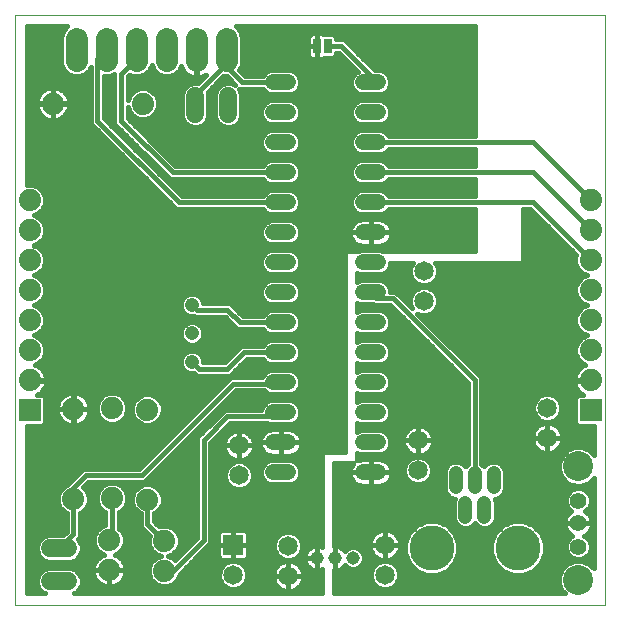
<source format=gtl>
G75*
%MOIN*%
%OFA0B0*%
%FSLAX25Y25*%
%IPPOS*%
%LPD*%
%AMOC8*
5,1,8,0,0,1.08239X$1,22.5*
%
%ADD10C,0.00000*%
%ADD11C,0.06500*%
%ADD12R,0.06500X0.06500*%
%ADD13C,0.15000*%
%ADD14C,0.04756*%
%ADD15C,0.07400*%
%ADD16C,0.07400*%
%ADD17C,0.05200*%
%ADD18C,0.04756*%
%ADD19C,0.06000*%
%ADD20R,0.02500X0.05000*%
%ADD21C,0.05600*%
%ADD22C,0.10000*%
%ADD23C,0.04500*%
%ADD24R,0.07400X0.07400*%
%ADD25C,0.01600*%
D10*
X0001008Y0003937D02*
X0001008Y0200787D01*
X0197859Y0200787D01*
X0197859Y0003937D01*
X0001008Y0003937D01*
D11*
X0073843Y0014055D03*
X0092189Y0013701D03*
X0092189Y0023701D03*
X0075674Y0047205D03*
X0075674Y0057205D03*
X0124394Y0024016D03*
X0124394Y0014016D03*
X0135497Y0048858D03*
X0135497Y0058858D03*
X0178528Y0059764D03*
X0178528Y0069764D03*
X0137465Y0105276D03*
X0137465Y0115276D03*
D12*
X0073843Y0024055D03*
D13*
X0139985Y0022992D03*
X0168725Y0022992D03*
D14*
X0157504Y0033394D02*
X0157504Y0038150D01*
X0154355Y0043268D02*
X0154355Y0048024D01*
X0148056Y0048024D02*
X0148056Y0043268D01*
X0151205Y0038150D02*
X0151205Y0033394D01*
X0160654Y0043268D02*
X0160654Y0048024D01*
D15*
X0071638Y0185316D02*
X0071638Y0192716D01*
X0061638Y0192716D02*
X0061638Y0185316D01*
X0051638Y0185316D02*
X0051638Y0192716D01*
X0041638Y0192716D02*
X0041638Y0185316D01*
X0031638Y0185316D02*
X0031638Y0192716D01*
X0021638Y0192716D02*
X0021638Y0185316D01*
D16*
X0013686Y0171102D03*
X0043686Y0171102D03*
X0006008Y0138937D03*
X0006008Y0128937D03*
X0006008Y0118937D03*
X0006008Y0108937D03*
X0006008Y0098937D03*
X0006008Y0088937D03*
X0006008Y0078937D03*
X0020536Y0069370D03*
X0033410Y0069528D03*
X0045221Y0069173D03*
X0045221Y0039173D03*
X0033410Y0039528D03*
X0020536Y0039370D03*
X0032544Y0025630D03*
X0032544Y0015630D03*
X0050851Y0015394D03*
X0050851Y0025394D03*
X0193008Y0078937D03*
X0193008Y0088937D03*
X0193008Y0098937D03*
X0193008Y0108937D03*
X0193008Y0118937D03*
X0193008Y0128937D03*
X0193008Y0138937D03*
D17*
X0122230Y0138189D02*
X0117030Y0138189D01*
X0117030Y0148189D02*
X0122230Y0148189D01*
X0122230Y0158189D02*
X0117030Y0158189D01*
X0117030Y0168189D02*
X0122230Y0168189D01*
X0122230Y0178189D02*
X0117030Y0178189D01*
X0092230Y0178189D02*
X0087030Y0178189D01*
X0087030Y0168189D02*
X0092230Y0168189D01*
X0092230Y0158189D02*
X0087030Y0158189D01*
X0087030Y0148189D02*
X0092230Y0148189D01*
X0092230Y0138189D02*
X0087030Y0138189D01*
X0087030Y0128189D02*
X0092230Y0128189D01*
X0092230Y0118189D02*
X0087030Y0118189D01*
X0087030Y0108189D02*
X0092230Y0108189D01*
X0092230Y0098189D02*
X0087030Y0098189D01*
X0087030Y0088189D02*
X0092230Y0088189D01*
X0092230Y0078189D02*
X0087030Y0078189D01*
X0087030Y0068189D02*
X0092230Y0068189D01*
X0092230Y0058189D02*
X0087030Y0058189D01*
X0087030Y0048189D02*
X0092230Y0048189D01*
X0117030Y0048189D02*
X0122230Y0048189D01*
X0122230Y0058189D02*
X0117030Y0058189D01*
X0117030Y0068189D02*
X0122230Y0068189D01*
X0122230Y0078189D02*
X0117030Y0078189D01*
X0117030Y0088189D02*
X0122230Y0088189D01*
X0122230Y0098189D02*
X0117030Y0098189D01*
X0117030Y0108189D02*
X0122230Y0108189D01*
X0122230Y0118189D02*
X0117030Y0118189D01*
X0117030Y0128189D02*
X0122230Y0128189D01*
D18*
X0060064Y0103988D03*
X0060064Y0094594D03*
X0060064Y0084988D03*
D19*
X0018851Y0022862D02*
X0012851Y0022862D01*
X0012851Y0011862D02*
X0018851Y0011862D01*
X0061138Y0167591D02*
X0061138Y0173591D01*
X0072138Y0173591D02*
X0072138Y0167591D01*
D20*
X0101835Y0190315D03*
X0105378Y0190315D03*
D21*
X0188843Y0038780D03*
X0188843Y0031299D03*
X0188843Y0023425D03*
D22*
X0188843Y0012402D03*
X0188843Y0050197D03*
D23*
X0113701Y0019724D03*
X0107701Y0019724D03*
X0101701Y0019724D03*
D24*
X0193008Y0068937D03*
X0006008Y0068937D03*
D25*
X0008506Y0074037D02*
X0008891Y0074233D01*
X0009591Y0074742D01*
X0010204Y0075354D01*
X0010712Y0076054D01*
X0011105Y0076826D01*
X0011373Y0077649D01*
X0011508Y0078504D01*
X0011508Y0078737D01*
X0006208Y0078737D01*
X0006208Y0079137D01*
X0011508Y0079137D01*
X0011508Y0079370D01*
X0011373Y0080225D01*
X0011105Y0081048D01*
X0010712Y0081820D01*
X0010204Y0082520D01*
X0009591Y0083132D01*
X0008891Y0083641D01*
X0008120Y0084034D01*
X0007772Y0084147D01*
X0008897Y0084613D01*
X0010332Y0086048D01*
X0011108Y0087923D01*
X0011108Y0089951D01*
X0010332Y0091826D01*
X0008897Y0093261D01*
X0007264Y0093937D01*
X0008897Y0094613D01*
X0010332Y0096048D01*
X0011108Y0097923D01*
X0011108Y0099951D01*
X0010332Y0101826D01*
X0008897Y0103261D01*
X0007264Y0103937D01*
X0008897Y0104613D01*
X0010332Y0106048D01*
X0011108Y0107923D01*
X0011108Y0109951D01*
X0010332Y0111826D01*
X0008897Y0113261D01*
X0007264Y0113937D01*
X0008897Y0114613D01*
X0010332Y0116048D01*
X0011108Y0117923D01*
X0011108Y0119951D01*
X0010332Y0121826D01*
X0008897Y0123261D01*
X0007264Y0123937D01*
X0008897Y0124613D01*
X0010332Y0126048D01*
X0011108Y0127923D01*
X0011108Y0129951D01*
X0010332Y0131826D01*
X0008897Y0133261D01*
X0007264Y0133937D01*
X0008897Y0134613D01*
X0010332Y0136048D01*
X0011108Y0137923D01*
X0011108Y0139951D01*
X0010332Y0141826D01*
X0008897Y0143261D01*
X0007023Y0144037D01*
X0004994Y0144037D01*
X0004945Y0144017D01*
X0004945Y0196850D01*
X0018560Y0196850D01*
X0017315Y0195605D01*
X0016538Y0193730D01*
X0016538Y0184301D01*
X0017315Y0182427D01*
X0018749Y0180992D01*
X0020624Y0180216D01*
X0022653Y0180216D01*
X0024527Y0180992D01*
X0025962Y0182427D01*
X0026367Y0183406D01*
X0026367Y0164443D01*
X0027656Y0163154D01*
X0054822Y0135989D01*
X0083612Y0135989D01*
X0083639Y0135923D01*
X0084765Y0134798D01*
X0086235Y0134189D01*
X0093026Y0134189D01*
X0094496Y0134798D01*
X0095621Y0135923D01*
X0096230Y0137393D01*
X0096230Y0138985D01*
X0095621Y0140455D01*
X0094496Y0141580D01*
X0093026Y0142189D01*
X0086235Y0142189D01*
X0084765Y0141580D01*
X0083639Y0140455D01*
X0083612Y0140389D01*
X0056644Y0140389D01*
X0030767Y0166266D01*
X0030767Y0180216D01*
X0032653Y0180216D01*
X0034241Y0180874D01*
X0034241Y0164443D01*
X0035530Y0163154D01*
X0052696Y0145989D01*
X0083612Y0145989D01*
X0083639Y0145923D01*
X0084765Y0144798D01*
X0086235Y0144189D01*
X0093026Y0144189D01*
X0094496Y0144798D01*
X0095621Y0145923D01*
X0096230Y0147393D01*
X0096230Y0148985D01*
X0095621Y0150455D01*
X0094496Y0151580D01*
X0093026Y0152189D01*
X0086235Y0152189D01*
X0084765Y0151580D01*
X0083639Y0150455D01*
X0083612Y0150389D01*
X0054518Y0150389D01*
X0038641Y0166266D01*
X0038641Y0169953D01*
X0039362Y0168213D01*
X0040797Y0166779D01*
X0042671Y0166002D01*
X0044700Y0166002D01*
X0046574Y0166779D01*
X0048009Y0168213D01*
X0048786Y0170088D01*
X0048786Y0172117D01*
X0048009Y0173991D01*
X0046574Y0175426D01*
X0044700Y0176202D01*
X0042671Y0176202D01*
X0040797Y0175426D01*
X0039362Y0173991D01*
X0038641Y0172252D01*
X0038641Y0180191D01*
X0039240Y0180789D01*
X0040624Y0180216D01*
X0042653Y0180216D01*
X0044527Y0180992D01*
X0045962Y0182427D01*
X0046638Y0184060D01*
X0047315Y0182427D01*
X0048749Y0180992D01*
X0050624Y0180216D01*
X0052653Y0180216D01*
X0054527Y0180992D01*
X0055962Y0182427D01*
X0056428Y0183553D01*
X0056541Y0183204D01*
X0056934Y0182433D01*
X0057443Y0181733D01*
X0058055Y0181121D01*
X0058756Y0180612D01*
X0059527Y0180219D01*
X0060350Y0179951D01*
X0061205Y0179816D01*
X0061438Y0179816D01*
X0061438Y0188816D01*
X0061838Y0188816D01*
X0061838Y0179816D01*
X0062071Y0179816D01*
X0062926Y0179951D01*
X0063750Y0180219D01*
X0064521Y0180612D01*
X0064707Y0180747D01*
X0061951Y0177991D01*
X0060263Y0177991D01*
X0058646Y0177321D01*
X0057408Y0176083D01*
X0056738Y0174466D01*
X0056738Y0166715D01*
X0057408Y0165098D01*
X0058646Y0163860D01*
X0060263Y0163191D01*
X0062014Y0163191D01*
X0063631Y0163860D01*
X0064868Y0165098D01*
X0065538Y0166715D01*
X0065538Y0174466D01*
X0065278Y0175095D01*
X0070464Y0180282D01*
X0070624Y0180216D01*
X0071618Y0180216D01*
X0074431Y0177404D01*
X0073014Y0177991D01*
X0071263Y0177991D01*
X0069646Y0177321D01*
X0068408Y0176083D01*
X0067738Y0174466D01*
X0067738Y0166715D01*
X0068408Y0165098D01*
X0069646Y0163860D01*
X0071263Y0163191D01*
X0073014Y0163191D01*
X0074631Y0163860D01*
X0075868Y0165098D01*
X0076538Y0166715D01*
X0076538Y0174466D01*
X0075907Y0175989D01*
X0083612Y0175989D01*
X0083639Y0175923D01*
X0084765Y0174798D01*
X0086235Y0174189D01*
X0093026Y0174189D01*
X0094496Y0174798D01*
X0095621Y0175923D01*
X0096230Y0177393D01*
X0096230Y0178985D01*
X0095621Y0180455D01*
X0094496Y0181580D01*
X0093026Y0182189D01*
X0086235Y0182189D01*
X0084765Y0181580D01*
X0083639Y0180455D01*
X0083612Y0180389D01*
X0077668Y0180389D01*
X0075796Y0182261D01*
X0075962Y0182427D01*
X0076738Y0184301D01*
X0076738Y0193730D01*
X0075962Y0195605D01*
X0074716Y0196850D01*
X0154552Y0196850D01*
X0154552Y0160389D01*
X0125649Y0160389D01*
X0125621Y0160455D01*
X0124496Y0161580D01*
X0123026Y0162189D01*
X0116235Y0162189D01*
X0114765Y0161580D01*
X0113639Y0160455D01*
X0113030Y0158985D01*
X0113030Y0157393D01*
X0113639Y0155923D01*
X0114765Y0154798D01*
X0116235Y0154189D01*
X0123026Y0154189D01*
X0124496Y0154798D01*
X0125621Y0155923D01*
X0125649Y0155989D01*
X0154552Y0155989D01*
X0154552Y0150389D01*
X0125649Y0150389D01*
X0125621Y0150455D01*
X0124496Y0151580D01*
X0123026Y0152189D01*
X0116235Y0152189D01*
X0114765Y0151580D01*
X0113639Y0150455D01*
X0113030Y0148985D01*
X0113030Y0147393D01*
X0113639Y0145923D01*
X0114765Y0144798D01*
X0116235Y0144189D01*
X0123026Y0144189D01*
X0124496Y0144798D01*
X0125621Y0145923D01*
X0125649Y0145989D01*
X0154552Y0145989D01*
X0154552Y0140389D01*
X0125649Y0140389D01*
X0125621Y0140455D01*
X0124496Y0141580D01*
X0123026Y0142189D01*
X0116235Y0142189D01*
X0114765Y0141580D01*
X0113639Y0140455D01*
X0113030Y0138985D01*
X0113030Y0137393D01*
X0113639Y0135923D01*
X0114765Y0134798D01*
X0116235Y0134189D01*
X0123026Y0134189D01*
X0124496Y0134798D01*
X0125621Y0135923D01*
X0125649Y0135989D01*
X0154552Y0135989D01*
X0154552Y0122047D01*
X0123368Y0122047D01*
X0123026Y0122189D01*
X0116235Y0122189D01*
X0115893Y0122047D01*
X0111245Y0122047D01*
X0111245Y0055118D01*
X0103371Y0055118D01*
X0103371Y0023417D01*
X0102883Y0023619D01*
X0102100Y0023774D01*
X0101701Y0023774D01*
X0101302Y0023774D01*
X0100520Y0023619D01*
X0099783Y0023313D01*
X0099120Y0022870D01*
X0098555Y0022306D01*
X0098112Y0021643D01*
X0097807Y0020906D01*
X0097651Y0020123D01*
X0097651Y0019724D01*
X0097651Y0019326D01*
X0097807Y0018543D01*
X0098112Y0017806D01*
X0098555Y0017143D01*
X0099120Y0016579D01*
X0099783Y0016135D01*
X0100520Y0015830D01*
X0101302Y0015674D01*
X0101701Y0015674D01*
X0101701Y0019724D01*
X0101701Y0019724D01*
X0097651Y0019724D01*
X0101701Y0019724D01*
X0101701Y0019724D01*
X0101701Y0015674D01*
X0102100Y0015674D01*
X0102883Y0015830D01*
X0103371Y0016032D01*
X0103371Y0007874D01*
X0020720Y0007874D01*
X0021343Y0008132D01*
X0022581Y0009370D01*
X0023251Y0010987D01*
X0023251Y0012737D01*
X0022581Y0014355D01*
X0021343Y0015592D01*
X0019726Y0016262D01*
X0011976Y0016262D01*
X0010359Y0015592D01*
X0009121Y0014355D01*
X0008451Y0012737D01*
X0008451Y0010987D01*
X0009121Y0009370D01*
X0010359Y0008132D01*
X0010982Y0007874D01*
X0004945Y0007874D01*
X0004945Y0063837D01*
X0010288Y0063837D01*
X0011108Y0064657D01*
X0011108Y0073217D01*
X0010288Y0074037D01*
X0008506Y0074037D01*
X0008944Y0074272D02*
X0018041Y0074272D01*
X0018425Y0074467D02*
X0017653Y0074074D01*
X0016953Y0073565D01*
X0016341Y0072953D01*
X0015832Y0072253D01*
X0015439Y0071481D01*
X0015171Y0070658D01*
X0015036Y0069803D01*
X0015036Y0069456D01*
X0020450Y0069456D01*
X0020450Y0069284D01*
X0020622Y0069284D01*
X0020622Y0069456D01*
X0026036Y0069456D01*
X0026036Y0069803D01*
X0025901Y0070658D01*
X0025633Y0071481D01*
X0025240Y0072253D01*
X0024731Y0072953D01*
X0024119Y0073565D01*
X0023419Y0074074D01*
X0022647Y0074467D01*
X0021824Y0074735D01*
X0020969Y0074870D01*
X0020622Y0074870D01*
X0020622Y0069456D01*
X0020450Y0069456D01*
X0020450Y0074870D01*
X0020103Y0074870D01*
X0019248Y0074735D01*
X0018425Y0074467D01*
X0020450Y0074272D02*
X0020622Y0074272D01*
X0020622Y0072673D02*
X0020450Y0072673D01*
X0020450Y0071074D02*
X0020622Y0071074D01*
X0020622Y0069476D02*
X0020450Y0069476D01*
X0020450Y0069284D02*
X0015036Y0069284D01*
X0015036Y0068937D01*
X0015171Y0068082D01*
X0015439Y0067259D01*
X0015832Y0066487D01*
X0016341Y0065787D01*
X0016953Y0065175D01*
X0017653Y0064666D01*
X0018425Y0064273D01*
X0019248Y0064006D01*
X0020103Y0063870D01*
X0020450Y0063870D01*
X0020450Y0069284D01*
X0020622Y0069284D02*
X0020622Y0063870D01*
X0020969Y0063870D01*
X0021824Y0064006D01*
X0022647Y0064273D01*
X0023419Y0064666D01*
X0024119Y0065175D01*
X0024731Y0065787D01*
X0025240Y0066487D01*
X0025633Y0067259D01*
X0025901Y0068082D01*
X0026036Y0068937D01*
X0026036Y0069284D01*
X0020622Y0069284D01*
X0020622Y0067877D02*
X0020450Y0067877D01*
X0020450Y0066279D02*
X0020622Y0066279D01*
X0020622Y0064680D02*
X0020450Y0064680D01*
X0017634Y0064680D02*
X0011108Y0064680D01*
X0011108Y0066279D02*
X0015983Y0066279D01*
X0015238Y0067877D02*
X0011108Y0067877D01*
X0011108Y0069476D02*
X0015036Y0069476D01*
X0015307Y0071074D02*
X0011108Y0071074D01*
X0011108Y0072673D02*
X0016137Y0072673D01*
X0011314Y0077469D02*
X0070444Y0077469D01*
X0071643Y0078667D02*
X0042420Y0049444D01*
X0023719Y0049444D01*
X0022430Y0048155D01*
X0018336Y0044061D01*
X0018336Y0043979D01*
X0017647Y0043694D01*
X0016212Y0042259D01*
X0015436Y0040385D01*
X0015436Y0038356D01*
X0016212Y0036481D01*
X0017647Y0035047D01*
X0018336Y0034761D01*
X0018336Y0028459D01*
X0017140Y0027262D01*
X0011976Y0027262D01*
X0010359Y0026592D01*
X0009121Y0025355D01*
X0008451Y0023737D01*
X0008451Y0021987D01*
X0009121Y0020370D01*
X0010359Y0019132D01*
X0011976Y0018462D01*
X0019726Y0018462D01*
X0021343Y0019132D01*
X0022581Y0020370D01*
X0023251Y0021987D01*
X0023251Y0023737D01*
X0022581Y0025355D01*
X0022018Y0025918D01*
X0022736Y0026636D01*
X0022736Y0034761D01*
X0023425Y0035047D01*
X0024860Y0036481D01*
X0025636Y0038356D01*
X0025636Y0040385D01*
X0024860Y0042259D01*
X0023808Y0043310D01*
X0025542Y0045044D01*
X0044242Y0045044D01*
X0074754Y0075556D01*
X0084007Y0075556D01*
X0084765Y0074798D01*
X0086235Y0074189D01*
X0093026Y0074189D01*
X0094496Y0074798D01*
X0095621Y0075923D01*
X0096230Y0077393D01*
X0096230Y0078985D01*
X0095621Y0080455D01*
X0094496Y0081580D01*
X0093026Y0082189D01*
X0086235Y0082189D01*
X0084765Y0081580D01*
X0083639Y0080455D01*
X0083433Y0079956D01*
X0072932Y0079956D01*
X0071643Y0078667D01*
X0072043Y0079067D02*
X0006208Y0079067D01*
X0010390Y0082264D02*
X0057445Y0082264D01*
X0057923Y0081785D02*
X0059312Y0081210D01*
X0060730Y0081210D01*
X0061463Y0080477D01*
X0072786Y0080477D01*
X0074075Y0081766D01*
X0078298Y0085989D01*
X0083612Y0085989D01*
X0083639Y0085923D01*
X0084765Y0084798D01*
X0086235Y0084189D01*
X0093026Y0084189D01*
X0094496Y0084798D01*
X0095621Y0085923D01*
X0096230Y0087393D01*
X0096230Y0088985D01*
X0095621Y0090455D01*
X0094496Y0091580D01*
X0093026Y0092189D01*
X0086235Y0092189D01*
X0084765Y0091580D01*
X0083639Y0090455D01*
X0083612Y0090389D01*
X0076475Y0090389D01*
X0070963Y0084877D01*
X0063841Y0084877D01*
X0063841Y0085740D01*
X0063266Y0087128D01*
X0062204Y0088191D01*
X0060815Y0088766D01*
X0059312Y0088766D01*
X0057923Y0088191D01*
X0056861Y0087128D01*
X0056286Y0085740D01*
X0056286Y0084237D01*
X0056861Y0082848D01*
X0057923Y0081785D01*
X0056441Y0083863D02*
X0008456Y0083863D01*
X0009745Y0085461D02*
X0056286Y0085461D01*
X0056832Y0087060D02*
X0010751Y0087060D01*
X0011108Y0088658D02*
X0059051Y0088658D01*
X0061076Y0088658D02*
X0074744Y0088658D01*
X0073146Y0087060D02*
X0063295Y0087060D01*
X0063841Y0085461D02*
X0071547Y0085461D01*
X0071875Y0082677D02*
X0062375Y0082677D01*
X0060064Y0084988D01*
X0061275Y0080666D02*
X0011230Y0080666D01*
X0010578Y0075870D02*
X0068846Y0075870D01*
X0067247Y0074272D02*
X0046240Y0074272D01*
X0046235Y0074273D02*
X0044207Y0074273D01*
X0042332Y0073497D01*
X0040897Y0072062D01*
X0040121Y0070188D01*
X0040121Y0068159D01*
X0040897Y0066284D01*
X0042332Y0064850D01*
X0044207Y0064073D01*
X0046235Y0064073D01*
X0048110Y0064850D01*
X0049545Y0066284D01*
X0050321Y0068159D01*
X0050321Y0070188D01*
X0049545Y0072062D01*
X0048110Y0073497D01*
X0046235Y0074273D01*
X0044202Y0074272D02*
X0035284Y0074272D01*
X0034424Y0074628D02*
X0036299Y0073851D01*
X0037734Y0072416D01*
X0038510Y0070542D01*
X0038510Y0068513D01*
X0037734Y0066639D01*
X0036299Y0065204D01*
X0034424Y0064428D01*
X0032395Y0064428D01*
X0030521Y0065204D01*
X0029086Y0066639D01*
X0028310Y0068513D01*
X0028310Y0070542D01*
X0029086Y0072416D01*
X0030521Y0073851D01*
X0032395Y0074628D01*
X0034424Y0074628D01*
X0031536Y0074272D02*
X0023031Y0074272D01*
X0024935Y0072673D02*
X0029343Y0072673D01*
X0028531Y0071074D02*
X0025765Y0071074D01*
X0026036Y0069476D02*
X0028310Y0069476D01*
X0028573Y0067877D02*
X0025834Y0067877D01*
X0025088Y0066279D02*
X0029446Y0066279D01*
X0031785Y0064680D02*
X0023438Y0064680D01*
X0035035Y0064680D02*
X0042741Y0064680D01*
X0040903Y0066279D02*
X0037374Y0066279D01*
X0038247Y0067877D02*
X0040238Y0067877D01*
X0040121Y0069476D02*
X0038510Y0069476D01*
X0038289Y0071074D02*
X0040488Y0071074D01*
X0041508Y0072673D02*
X0037477Y0072673D01*
X0047701Y0064680D02*
X0057656Y0064680D01*
X0056058Y0063082D02*
X0004945Y0063082D01*
X0004945Y0061483D02*
X0054459Y0061483D01*
X0052861Y0059885D02*
X0004945Y0059885D01*
X0004945Y0058286D02*
X0051262Y0058286D01*
X0049664Y0056688D02*
X0004945Y0056688D01*
X0004945Y0055089D02*
X0048065Y0055089D01*
X0046467Y0053491D02*
X0004945Y0053491D01*
X0004945Y0051892D02*
X0044868Y0051892D01*
X0043270Y0050294D02*
X0004945Y0050294D01*
X0004945Y0048695D02*
X0022970Y0048695D01*
X0024630Y0047244D02*
X0043331Y0047244D01*
X0073843Y0077756D01*
X0089197Y0077756D01*
X0089630Y0078189D01*
X0086036Y0074272D02*
X0073470Y0074272D01*
X0071871Y0072673D02*
X0111245Y0072673D01*
X0111245Y0074272D02*
X0093225Y0074272D01*
X0093026Y0072189D02*
X0086235Y0072189D01*
X0084765Y0071580D01*
X0083639Y0070455D01*
X0083090Y0069129D01*
X0070963Y0069129D01*
X0069675Y0067840D01*
X0061801Y0059966D01*
X0061801Y0026502D01*
X0054378Y0019079D01*
X0053740Y0019717D01*
X0052107Y0020394D01*
X0053740Y0021070D01*
X0055174Y0022505D01*
X0055951Y0024379D01*
X0055951Y0026408D01*
X0055174Y0028283D01*
X0053740Y0029717D01*
X0051865Y0030494D01*
X0049836Y0030494D01*
X0049148Y0030208D01*
X0047421Y0031935D01*
X0047421Y0034564D01*
X0048110Y0034850D01*
X0049545Y0036284D01*
X0050321Y0038159D01*
X0050321Y0040188D01*
X0049545Y0042062D01*
X0048110Y0043497D01*
X0046235Y0044273D01*
X0044207Y0044273D01*
X0042332Y0043497D01*
X0040897Y0042062D01*
X0040121Y0040188D01*
X0040121Y0038159D01*
X0040897Y0036284D01*
X0042332Y0034850D01*
X0043021Y0034564D01*
X0043021Y0030112D01*
X0046036Y0027097D01*
X0045751Y0026408D01*
X0045751Y0024379D01*
X0046527Y0022505D01*
X0047962Y0021070D01*
X0049595Y0020394D01*
X0047962Y0019717D01*
X0046527Y0018283D01*
X0045751Y0016408D01*
X0045751Y0014379D01*
X0046527Y0012505D01*
X0047962Y0011070D01*
X0049836Y0010294D01*
X0051865Y0010294D01*
X0053740Y0011070D01*
X0055174Y0012505D01*
X0055951Y0014379D01*
X0055951Y0014430D01*
X0066201Y0024679D01*
X0066201Y0058144D01*
X0072786Y0064729D01*
X0084931Y0064729D01*
X0086235Y0064189D01*
X0093026Y0064189D01*
X0094496Y0064798D01*
X0095621Y0065923D01*
X0096230Y0067393D01*
X0096230Y0068985D01*
X0095621Y0070455D01*
X0094496Y0071580D01*
X0093026Y0072189D01*
X0095002Y0071074D02*
X0111245Y0071074D01*
X0111245Y0069476D02*
X0096027Y0069476D01*
X0096230Y0067877D02*
X0111245Y0067877D01*
X0111245Y0066279D02*
X0095769Y0066279D01*
X0094213Y0064680D02*
X0111245Y0064680D01*
X0111245Y0063082D02*
X0071139Y0063082D01*
X0072737Y0064680D02*
X0085048Y0064680D01*
X0086000Y0062481D02*
X0086684Y0062589D01*
X0089630Y0062589D01*
X0089630Y0058189D01*
X0089630Y0058189D01*
X0082630Y0058189D01*
X0082630Y0057843D01*
X0082739Y0057159D01*
X0082953Y0056500D01*
X0083267Y0055883D01*
X0083674Y0055323D01*
X0084164Y0054833D01*
X0084724Y0054426D01*
X0085341Y0054111D01*
X0086000Y0053897D01*
X0086684Y0053789D01*
X0089630Y0053789D01*
X0089630Y0058189D01*
X0082630Y0058189D01*
X0082630Y0058535D01*
X0082739Y0059219D01*
X0082953Y0059878D01*
X0083267Y0060495D01*
X0083674Y0061055D01*
X0084164Y0061545D01*
X0084724Y0061952D01*
X0085341Y0062267D01*
X0086000Y0062481D01*
X0084102Y0061483D02*
X0078376Y0061483D01*
X0078321Y0061524D02*
X0078964Y0061057D01*
X0079526Y0060495D01*
X0079993Y0059852D01*
X0080354Y0059143D01*
X0080599Y0058387D01*
X0080724Y0057602D01*
X0080724Y0057205D01*
X0075674Y0057205D01*
X0075674Y0057205D01*
X0075674Y0062255D01*
X0076071Y0062255D01*
X0076856Y0062130D01*
X0077612Y0061885D01*
X0078321Y0061524D01*
X0079969Y0059885D02*
X0082956Y0059885D01*
X0082630Y0058286D02*
X0080615Y0058286D01*
X0080724Y0057205D02*
X0075674Y0057205D01*
X0075674Y0057205D01*
X0075674Y0062255D01*
X0075276Y0062255D01*
X0074491Y0062130D01*
X0073735Y0061885D01*
X0073027Y0061524D01*
X0072384Y0061057D01*
X0071822Y0060495D01*
X0071355Y0059852D01*
X0070994Y0059143D01*
X0070748Y0058387D01*
X0070624Y0057602D01*
X0070624Y0057205D01*
X0075674Y0057205D01*
X0075674Y0057205D01*
X0075674Y0052155D01*
X0076071Y0052155D01*
X0076856Y0052279D01*
X0077612Y0052525D01*
X0078321Y0052886D01*
X0078964Y0053353D01*
X0079526Y0053915D01*
X0079993Y0054558D01*
X0080354Y0055266D01*
X0080599Y0056022D01*
X0080724Y0056807D01*
X0080724Y0057205D01*
X0080705Y0056688D02*
X0082892Y0056688D01*
X0083907Y0055089D02*
X0080264Y0055089D01*
X0079102Y0053491D02*
X0103371Y0053491D01*
X0103371Y0055089D02*
X0095353Y0055089D01*
X0095587Y0055323D02*
X0095994Y0055883D01*
X0096308Y0056500D01*
X0096522Y0057159D01*
X0096630Y0057843D01*
X0096630Y0058189D01*
X0096630Y0058535D01*
X0096522Y0059219D01*
X0096308Y0059878D01*
X0095994Y0060495D01*
X0095587Y0061055D01*
X0095097Y0061545D01*
X0094537Y0061952D01*
X0093919Y0062267D01*
X0093261Y0062481D01*
X0092577Y0062589D01*
X0089630Y0062589D01*
X0089630Y0058189D01*
X0089630Y0058189D01*
X0089630Y0058189D01*
X0089630Y0053789D01*
X0092577Y0053789D01*
X0093261Y0053897D01*
X0093919Y0054111D01*
X0094537Y0054426D01*
X0095097Y0054833D01*
X0095587Y0055323D01*
X0096369Y0056688D02*
X0111245Y0056688D01*
X0111245Y0058286D02*
X0096630Y0058286D01*
X0096630Y0058189D02*
X0089631Y0058189D01*
X0089631Y0058189D01*
X0096630Y0058189D01*
X0096305Y0059885D02*
X0111245Y0059885D01*
X0111245Y0061483D02*
X0095159Y0061483D01*
X0089630Y0061483D02*
X0089630Y0061483D01*
X0089630Y0059885D02*
X0089630Y0059885D01*
X0089630Y0058286D02*
X0089630Y0058286D01*
X0089630Y0056688D02*
X0089630Y0056688D01*
X0089630Y0055089D02*
X0089630Y0055089D01*
X0086235Y0052189D02*
X0084765Y0051580D01*
X0083639Y0050455D01*
X0083030Y0048985D01*
X0083030Y0047393D01*
X0083639Y0045923D01*
X0084765Y0044798D01*
X0086235Y0044189D01*
X0093026Y0044189D01*
X0094496Y0044798D01*
X0095621Y0045923D01*
X0096230Y0047393D01*
X0096230Y0048985D01*
X0095621Y0050455D01*
X0094496Y0051580D01*
X0093026Y0052189D01*
X0086235Y0052189D01*
X0085519Y0051892D02*
X0066201Y0051892D01*
X0066201Y0050294D02*
X0072187Y0050294D01*
X0071732Y0049839D02*
X0071024Y0048130D01*
X0071024Y0046280D01*
X0071732Y0044571D01*
X0073040Y0043263D01*
X0074749Y0042555D01*
X0076599Y0042555D01*
X0078308Y0043263D01*
X0079616Y0044571D01*
X0080324Y0046280D01*
X0080324Y0048130D01*
X0079616Y0049839D01*
X0078308Y0051147D01*
X0076599Y0051855D01*
X0074749Y0051855D01*
X0073040Y0051147D01*
X0071732Y0049839D01*
X0071258Y0048695D02*
X0066201Y0048695D01*
X0066201Y0047097D02*
X0071024Y0047097D01*
X0071347Y0045498D02*
X0066201Y0045498D01*
X0066201Y0043900D02*
X0072403Y0043900D01*
X0066201Y0042301D02*
X0103371Y0042301D01*
X0103371Y0040703D02*
X0066201Y0040703D01*
X0066201Y0039104D02*
X0103371Y0039104D01*
X0103371Y0037506D02*
X0066201Y0037506D01*
X0066201Y0035907D02*
X0103371Y0035907D01*
X0103371Y0034309D02*
X0066201Y0034309D01*
X0066201Y0032710D02*
X0103371Y0032710D01*
X0103371Y0031112D02*
X0066201Y0031112D01*
X0066201Y0029513D02*
X0103371Y0029513D01*
X0103371Y0027915D02*
X0094167Y0027915D01*
X0094823Y0027643D02*
X0093114Y0028351D01*
X0091265Y0028351D01*
X0089555Y0027643D01*
X0088247Y0026335D01*
X0087539Y0024626D01*
X0087539Y0022776D01*
X0088247Y0021067D01*
X0089555Y0019759D01*
X0091265Y0019051D01*
X0093114Y0019051D01*
X0094823Y0019759D01*
X0096132Y0021067D01*
X0096839Y0022776D01*
X0096839Y0024626D01*
X0096132Y0026335D01*
X0094823Y0027643D01*
X0096139Y0026316D02*
X0103371Y0026316D01*
X0103371Y0024718D02*
X0096801Y0024718D01*
X0096839Y0023119D02*
X0099492Y0023119D01*
X0098062Y0021521D02*
X0096320Y0021521D01*
X0097651Y0019922D02*
X0094987Y0019922D01*
X0094240Y0018324D02*
X0097898Y0018324D01*
X0098973Y0016725D02*
X0096234Y0016725D01*
X0096041Y0016991D02*
X0095479Y0017553D01*
X0094836Y0018020D01*
X0094128Y0018381D01*
X0093372Y0018626D01*
X0092587Y0018751D01*
X0092190Y0018751D01*
X0092190Y0013701D01*
X0097239Y0013701D01*
X0097239Y0014098D01*
X0097115Y0014883D01*
X0096870Y0015639D01*
X0096509Y0016348D01*
X0096041Y0016991D01*
X0097036Y0015127D02*
X0103371Y0015127D01*
X0103371Y0013528D02*
X0097239Y0013528D01*
X0097239Y0013701D02*
X0092190Y0013701D01*
X0092190Y0013701D01*
X0092189Y0013701D01*
X0092189Y0013701D01*
X0087139Y0013701D01*
X0087139Y0014098D01*
X0087264Y0014883D01*
X0087509Y0015639D01*
X0087870Y0016348D01*
X0088338Y0016991D01*
X0088900Y0017553D01*
X0089543Y0018020D01*
X0090251Y0018381D01*
X0091007Y0018626D01*
X0091792Y0018751D01*
X0092189Y0018751D01*
X0092189Y0013701D01*
X0087139Y0013701D01*
X0087139Y0013303D01*
X0087264Y0012518D01*
X0087509Y0011762D01*
X0087870Y0011054D01*
X0088338Y0010411D01*
X0088900Y0009849D01*
X0089543Y0009382D01*
X0090251Y0009021D01*
X0091007Y0008775D01*
X0091792Y0008651D01*
X0092189Y0008651D01*
X0092189Y0013701D01*
X0092190Y0013701D01*
X0092190Y0008651D01*
X0092587Y0008651D01*
X0093372Y0008775D01*
X0094128Y0009021D01*
X0094836Y0009382D01*
X0095479Y0009849D01*
X0096041Y0010411D01*
X0096509Y0011054D01*
X0096870Y0011762D01*
X0097115Y0012518D01*
X0097239Y0013303D01*
X0097239Y0013701D01*
X0096924Y0011930D02*
X0103371Y0011930D01*
X0103371Y0010331D02*
X0095962Y0010331D01*
X0093103Y0008733D02*
X0103371Y0008733D01*
X0107308Y0008733D02*
X0183461Y0008733D01*
X0183417Y0008776D02*
X0184320Y0007874D01*
X0107308Y0007874D01*
X0107308Y0015674D01*
X0107701Y0015674D01*
X0107701Y0019724D01*
X0107701Y0019724D01*
X0107701Y0015674D01*
X0108100Y0015674D01*
X0108883Y0015830D01*
X0109620Y0016135D01*
X0110283Y0016579D01*
X0110847Y0017143D01*
X0110957Y0017307D01*
X0111634Y0016630D01*
X0112975Y0016074D01*
X0114427Y0016074D01*
X0115769Y0016630D01*
X0116796Y0017657D01*
X0117351Y0018998D01*
X0117351Y0020450D01*
X0116796Y0021792D01*
X0115769Y0022819D01*
X0114427Y0023374D01*
X0112975Y0023374D01*
X0111634Y0022819D01*
X0110957Y0022142D01*
X0110847Y0022306D01*
X0110283Y0022870D01*
X0109620Y0023313D01*
X0108883Y0023619D01*
X0108100Y0023774D01*
X0107701Y0023774D01*
X0107308Y0023774D01*
X0107308Y0051181D01*
X0113800Y0051181D01*
X0113674Y0051055D01*
X0113267Y0050495D01*
X0112953Y0049878D01*
X0112739Y0049219D01*
X0112630Y0048535D01*
X0112630Y0048189D01*
X0112630Y0047843D01*
X0112739Y0047159D01*
X0112953Y0046500D01*
X0113267Y0045883D01*
X0113674Y0045323D01*
X0114164Y0044833D01*
X0114724Y0044426D01*
X0115341Y0044111D01*
X0116000Y0043897D01*
X0116684Y0043789D01*
X0119630Y0043789D01*
X0119630Y0048189D01*
X0119630Y0048189D01*
X0112630Y0048189D01*
X0119630Y0048189D01*
X0119630Y0052589D01*
X0116684Y0052589D01*
X0116000Y0052481D01*
X0115341Y0052267D01*
X0115182Y0052185D01*
X0115182Y0054625D01*
X0116235Y0054189D01*
X0123026Y0054189D01*
X0124496Y0054798D01*
X0125621Y0055923D01*
X0126230Y0057393D01*
X0126230Y0058985D01*
X0125621Y0060455D01*
X0124496Y0061580D01*
X0123026Y0062189D01*
X0116235Y0062189D01*
X0115182Y0061753D01*
X0115182Y0064625D01*
X0116235Y0064189D01*
X0123026Y0064189D01*
X0124496Y0064798D01*
X0125621Y0065923D01*
X0126230Y0067393D01*
X0126230Y0068985D01*
X0125621Y0070455D01*
X0124496Y0071580D01*
X0123026Y0072189D01*
X0116235Y0072189D01*
X0115182Y0071753D01*
X0115182Y0074625D01*
X0116235Y0074189D01*
X0123026Y0074189D01*
X0124496Y0074798D01*
X0125621Y0075923D01*
X0126230Y0077393D01*
X0126230Y0078985D01*
X0125621Y0080455D01*
X0124496Y0081580D01*
X0123026Y0082189D01*
X0116235Y0082189D01*
X0115182Y0081753D01*
X0115182Y0084625D01*
X0116235Y0084189D01*
X0123026Y0084189D01*
X0124496Y0084798D01*
X0125621Y0085923D01*
X0126230Y0087393D01*
X0126230Y0088985D01*
X0125621Y0090455D01*
X0124496Y0091580D01*
X0123026Y0092189D01*
X0116235Y0092189D01*
X0115182Y0091753D01*
X0115182Y0094625D01*
X0116235Y0094189D01*
X0123026Y0094189D01*
X0124496Y0094798D01*
X0125621Y0095923D01*
X0126230Y0097393D01*
X0126230Y0098985D01*
X0125621Y0100455D01*
X0124496Y0101580D01*
X0123026Y0102189D01*
X0116235Y0102189D01*
X0115182Y0101753D01*
X0115182Y0104625D01*
X0116235Y0104189D01*
X0120519Y0104189D01*
X0120609Y0104099D01*
X0126081Y0104099D01*
X0152155Y0078026D01*
X0152155Y0051166D01*
X0151205Y0050217D01*
X0150196Y0051226D01*
X0148807Y0051802D01*
X0147304Y0051802D01*
X0145916Y0051226D01*
X0144853Y0050164D01*
X0144278Y0048775D01*
X0144278Y0042516D01*
X0144853Y0041128D01*
X0145916Y0040065D01*
X0147304Y0039490D01*
X0147671Y0039490D01*
X0147427Y0038901D01*
X0147427Y0032642D01*
X0148002Y0031254D01*
X0149065Y0030191D01*
X0150454Y0029616D01*
X0151957Y0029616D01*
X0153345Y0030191D01*
X0154355Y0031200D01*
X0155364Y0030191D01*
X0156753Y0029616D01*
X0158256Y0029616D01*
X0159644Y0030191D01*
X0160707Y0031254D01*
X0161282Y0032642D01*
X0161282Y0038901D01*
X0161039Y0039490D01*
X0161406Y0039490D01*
X0162794Y0040065D01*
X0163857Y0041128D01*
X0164432Y0042516D01*
X0164432Y0048775D01*
X0163857Y0050164D01*
X0162794Y0051226D01*
X0161406Y0051802D01*
X0159903Y0051802D01*
X0158514Y0051226D01*
X0157504Y0050217D01*
X0156555Y0051166D01*
X0156555Y0079848D01*
X0135238Y0101165D01*
X0136540Y0100626D01*
X0138390Y0100626D01*
X0140099Y0101334D01*
X0141407Y0102642D01*
X0142115Y0104351D01*
X0142115Y0106201D01*
X0141407Y0107910D01*
X0140099Y0109218D01*
X0138390Y0109926D01*
X0136540Y0109926D01*
X0134831Y0109218D01*
X0133523Y0107910D01*
X0132815Y0106201D01*
X0132815Y0104351D01*
X0133354Y0103049D01*
X0129193Y0107210D01*
X0127904Y0108499D01*
X0126230Y0108499D01*
X0126230Y0108985D01*
X0125621Y0110455D01*
X0124496Y0111580D01*
X0123026Y0112189D01*
X0116235Y0112189D01*
X0115182Y0111753D01*
X0115182Y0114625D01*
X0116235Y0114189D01*
X0123026Y0114189D01*
X0124496Y0114798D01*
X0125621Y0115923D01*
X0126230Y0117393D01*
X0126230Y0118110D01*
X0133724Y0118110D01*
X0133523Y0117910D01*
X0132815Y0116201D01*
X0132815Y0114351D01*
X0133523Y0112642D01*
X0134831Y0111334D01*
X0136540Y0110626D01*
X0138390Y0110626D01*
X0140099Y0111334D01*
X0141407Y0112642D01*
X0142115Y0114351D01*
X0142115Y0116201D01*
X0141407Y0117910D01*
X0141207Y0118110D01*
X0170300Y0118110D01*
X0170300Y0135989D01*
X0172845Y0135989D01*
X0188194Y0120640D01*
X0187908Y0119951D01*
X0187908Y0117923D01*
X0188685Y0116048D01*
X0190119Y0114613D01*
X0191753Y0113937D01*
X0190119Y0113261D01*
X0188685Y0111826D01*
X0187908Y0109951D01*
X0187908Y0107923D01*
X0188685Y0106048D01*
X0190119Y0104613D01*
X0191753Y0103937D01*
X0190119Y0103261D01*
X0188685Y0101826D01*
X0187908Y0099951D01*
X0187908Y0097923D01*
X0188685Y0096048D01*
X0190119Y0094613D01*
X0191753Y0093937D01*
X0190119Y0093261D01*
X0188685Y0091826D01*
X0187908Y0089951D01*
X0187908Y0087923D01*
X0188685Y0086048D01*
X0190119Y0084613D01*
X0191245Y0084147D01*
X0190897Y0084034D01*
X0190126Y0083641D01*
X0189425Y0083132D01*
X0188813Y0082520D01*
X0188304Y0081820D01*
X0187911Y0081048D01*
X0187644Y0080225D01*
X0187508Y0079370D01*
X0187508Y0079137D01*
X0192808Y0079137D01*
X0192808Y0078737D01*
X0187508Y0078737D01*
X0187508Y0078504D01*
X0187644Y0077649D01*
X0187911Y0076826D01*
X0188304Y0076054D01*
X0188813Y0075354D01*
X0189425Y0074742D01*
X0190126Y0074233D01*
X0190510Y0074037D01*
X0188728Y0074037D01*
X0187908Y0073217D01*
X0187908Y0064657D01*
X0188728Y0063837D01*
X0193922Y0063837D01*
X0193922Y0054169D01*
X0192468Y0055623D01*
X0190116Y0056597D01*
X0187570Y0056597D01*
X0185218Y0055623D01*
X0183417Y0053822D01*
X0182443Y0051470D01*
X0182443Y0048924D01*
X0183417Y0046572D01*
X0185218Y0044771D01*
X0187570Y0043797D01*
X0190116Y0043797D01*
X0192468Y0044771D01*
X0193922Y0046225D01*
X0193922Y0016374D01*
X0192468Y0017827D01*
X0190116Y0018802D01*
X0187570Y0018802D01*
X0185218Y0017827D01*
X0183417Y0016027D01*
X0182443Y0013675D01*
X0182443Y0011129D01*
X0183417Y0008776D01*
X0182773Y0010331D02*
X0127286Y0010331D01*
X0127028Y0010074D02*
X0128336Y0011382D01*
X0129044Y0013091D01*
X0129044Y0014941D01*
X0128336Y0016650D01*
X0127028Y0017958D01*
X0125319Y0018666D01*
X0123469Y0018666D01*
X0121760Y0017958D01*
X0120452Y0016650D01*
X0119744Y0014941D01*
X0119744Y0013091D01*
X0120452Y0011382D01*
X0121760Y0010074D01*
X0123469Y0009366D01*
X0125319Y0009366D01*
X0127028Y0010074D01*
X0128563Y0011930D02*
X0182443Y0011930D01*
X0182443Y0013528D02*
X0129044Y0013528D01*
X0128967Y0015127D02*
X0135717Y0015127D01*
X0134943Y0015447D02*
X0138214Y0014092D01*
X0141755Y0014092D01*
X0145026Y0015447D01*
X0147530Y0017951D01*
X0148885Y0021222D01*
X0148885Y0024762D01*
X0147530Y0028034D01*
X0145026Y0030537D01*
X0141755Y0031892D01*
X0138214Y0031892D01*
X0134943Y0030537D01*
X0132440Y0028034D01*
X0131085Y0024762D01*
X0131085Y0021222D01*
X0132440Y0017951D01*
X0134943Y0015447D01*
X0133665Y0016725D02*
X0128261Y0016725D01*
X0126145Y0018324D02*
X0132285Y0018324D01*
X0131623Y0019922D02*
X0127351Y0019922D01*
X0127041Y0019697D02*
X0127684Y0020164D01*
X0128246Y0020726D01*
X0128713Y0021369D01*
X0129074Y0022077D01*
X0129320Y0022833D01*
X0129444Y0023618D01*
X0129444Y0024016D01*
X0129444Y0024413D01*
X0129320Y0025198D01*
X0129074Y0025954D01*
X0128713Y0026663D01*
X0128246Y0027306D01*
X0127684Y0027868D01*
X0127041Y0028335D01*
X0126333Y0028696D01*
X0125577Y0028941D01*
X0124792Y0029066D01*
X0124394Y0029066D01*
X0123997Y0029066D01*
X0123212Y0028941D01*
X0122456Y0028696D01*
X0121747Y0028335D01*
X0121104Y0027868D01*
X0120542Y0027306D01*
X0120075Y0026663D01*
X0119714Y0025954D01*
X0119469Y0025198D01*
X0119344Y0024413D01*
X0119344Y0024016D01*
X0124394Y0024016D01*
X0124394Y0029066D01*
X0124394Y0024016D01*
X0124394Y0024016D01*
X0124394Y0024016D01*
X0119344Y0024016D01*
X0119344Y0023618D01*
X0119469Y0022833D01*
X0119714Y0022077D01*
X0120075Y0021369D01*
X0120542Y0020726D01*
X0121104Y0020164D01*
X0121747Y0019697D01*
X0122456Y0019336D01*
X0123212Y0019090D01*
X0123997Y0018966D01*
X0124394Y0018966D01*
X0124394Y0024016D01*
X0129444Y0024016D01*
X0124394Y0024016D01*
X0124394Y0024016D01*
X0124394Y0024016D01*
X0124394Y0018966D01*
X0124792Y0018966D01*
X0125577Y0019090D01*
X0126333Y0019336D01*
X0127041Y0019697D01*
X0128791Y0021521D02*
X0131085Y0021521D01*
X0131085Y0023119D02*
X0129365Y0023119D01*
X0129396Y0024718D02*
X0131085Y0024718D01*
X0131728Y0026316D02*
X0128890Y0026316D01*
X0127619Y0027915D02*
X0132390Y0027915D01*
X0133919Y0029513D02*
X0107308Y0029513D01*
X0107308Y0027915D02*
X0121169Y0027915D01*
X0119899Y0026316D02*
X0107308Y0026316D01*
X0107308Y0024718D02*
X0119392Y0024718D01*
X0119423Y0023119D02*
X0115044Y0023119D01*
X0116908Y0021521D02*
X0119998Y0021521D01*
X0121437Y0019922D02*
X0117351Y0019922D01*
X0117072Y0018324D02*
X0122643Y0018324D01*
X0124394Y0019922D02*
X0124394Y0019922D01*
X0124394Y0021521D02*
X0124394Y0021521D01*
X0124394Y0023119D02*
X0124394Y0023119D01*
X0124394Y0024718D02*
X0124394Y0024718D01*
X0124394Y0026316D02*
X0124394Y0026316D01*
X0124394Y0027915D02*
X0124394Y0027915D01*
X0120527Y0016725D02*
X0115864Y0016725D01*
X0119821Y0015127D02*
X0107308Y0015127D01*
X0107308Y0013528D02*
X0119744Y0013528D01*
X0120225Y0011930D02*
X0107308Y0011930D01*
X0107308Y0010331D02*
X0121503Y0010331D01*
X0111539Y0016725D02*
X0110430Y0016725D01*
X0107701Y0016725D02*
X0107701Y0016725D01*
X0107701Y0018324D02*
X0107701Y0018324D01*
X0107701Y0019725D02*
X0107701Y0023774D01*
X0107701Y0019725D01*
X0107701Y0019725D01*
X0107701Y0019922D02*
X0107701Y0019922D01*
X0107701Y0021521D02*
X0107701Y0021521D01*
X0107701Y0023119D02*
X0107701Y0023119D01*
X0109911Y0023119D02*
X0112359Y0023119D01*
X0107308Y0031112D02*
X0136330Y0031112D01*
X0143639Y0031112D02*
X0148144Y0031112D01*
X0147427Y0032710D02*
X0107308Y0032710D01*
X0107308Y0034309D02*
X0147427Y0034309D01*
X0147427Y0035907D02*
X0107308Y0035907D01*
X0107308Y0037506D02*
X0147427Y0037506D01*
X0147511Y0039104D02*
X0107308Y0039104D01*
X0107308Y0040703D02*
X0145278Y0040703D01*
X0144367Y0042301D02*
X0107308Y0042301D01*
X0107308Y0043900D02*
X0115992Y0043900D01*
X0113547Y0045498D02*
X0107308Y0045498D01*
X0107308Y0047097D02*
X0112759Y0047097D01*
X0112656Y0048695D02*
X0107308Y0048695D01*
X0107308Y0050294D02*
X0113165Y0050294D01*
X0115182Y0053491D02*
X0134530Y0053491D01*
X0134572Y0053508D02*
X0132863Y0052800D01*
X0131555Y0051492D01*
X0130847Y0049783D01*
X0130847Y0047933D01*
X0131555Y0046224D01*
X0132863Y0044916D01*
X0134572Y0044208D01*
X0136422Y0044208D01*
X0138131Y0044916D01*
X0139439Y0046224D01*
X0140147Y0047933D01*
X0140147Y0049783D01*
X0139439Y0051492D01*
X0138131Y0052800D01*
X0136422Y0053508D01*
X0134572Y0053508D01*
X0134314Y0053933D02*
X0135099Y0053808D01*
X0135497Y0053808D01*
X0135894Y0053808D01*
X0136679Y0053933D01*
X0137435Y0054178D01*
X0138143Y0054539D01*
X0138786Y0055006D01*
X0139348Y0055568D01*
X0139816Y0056211D01*
X0140177Y0056920D01*
X0140422Y0057676D01*
X0140547Y0058461D01*
X0140547Y0058858D01*
X0135497Y0058858D01*
X0135497Y0058858D01*
X0135497Y0053808D01*
X0135497Y0058858D01*
X0135497Y0058858D01*
X0140547Y0058858D01*
X0140547Y0059256D01*
X0140422Y0060041D01*
X0140177Y0060797D01*
X0139816Y0061505D01*
X0139348Y0062148D01*
X0138786Y0062710D01*
X0138143Y0063177D01*
X0137435Y0063538D01*
X0136679Y0063784D01*
X0135894Y0063908D01*
X0135497Y0063908D01*
X0135497Y0058858D01*
X0135497Y0058858D01*
X0135496Y0058858D02*
X0130447Y0058858D01*
X0130447Y0058461D01*
X0130571Y0057676D01*
X0130817Y0056920D01*
X0131177Y0056211D01*
X0131645Y0055568D01*
X0132207Y0055006D01*
X0132850Y0054539D01*
X0133558Y0054178D01*
X0134314Y0053933D01*
X0135497Y0055089D02*
X0135497Y0055089D01*
X0135497Y0056688D02*
X0135497Y0056688D01*
X0135497Y0058286D02*
X0135497Y0058286D01*
X0135496Y0058858D02*
X0135496Y0058858D01*
X0130447Y0058858D01*
X0130447Y0059256D01*
X0130571Y0060041D01*
X0130817Y0060797D01*
X0131177Y0061505D01*
X0131645Y0062148D01*
X0132207Y0062710D01*
X0132850Y0063177D01*
X0133558Y0063538D01*
X0134314Y0063784D01*
X0135099Y0063908D01*
X0135497Y0063908D01*
X0135497Y0058858D01*
X0135497Y0059885D02*
X0135497Y0059885D01*
X0135497Y0061483D02*
X0135497Y0061483D01*
X0135497Y0063082D02*
X0135497Y0063082D01*
X0138275Y0063082D02*
X0152155Y0063082D01*
X0152155Y0064680D02*
X0124213Y0064680D01*
X0125769Y0066279D02*
X0152155Y0066279D01*
X0152155Y0067877D02*
X0126230Y0067877D01*
X0126027Y0069476D02*
X0152155Y0069476D01*
X0152155Y0071074D02*
X0125002Y0071074D01*
X0123225Y0074272D02*
X0152155Y0074272D01*
X0152155Y0075870D02*
X0125568Y0075870D01*
X0126230Y0077469D02*
X0152155Y0077469D01*
X0151114Y0079067D02*
X0126196Y0079067D01*
X0125411Y0080666D02*
X0149515Y0080666D01*
X0147917Y0082264D02*
X0115182Y0082264D01*
X0115182Y0083863D02*
X0146318Y0083863D01*
X0144719Y0085461D02*
X0125159Y0085461D01*
X0126092Y0087060D02*
X0143121Y0087060D01*
X0141522Y0088658D02*
X0126230Y0088658D01*
X0125704Y0090257D02*
X0139924Y0090257D01*
X0138325Y0091855D02*
X0123832Y0091855D01*
X0124750Y0095052D02*
X0135128Y0095052D01*
X0133530Y0096651D02*
X0125923Y0096651D01*
X0126230Y0098249D02*
X0131931Y0098249D01*
X0130333Y0099848D02*
X0125873Y0099848D01*
X0124630Y0101446D02*
X0128734Y0101446D01*
X0127136Y0103045D02*
X0115182Y0103045D01*
X0111245Y0103045D02*
X0074303Y0103045D01*
X0074075Y0103273D02*
X0072786Y0104562D01*
X0063841Y0104562D01*
X0063841Y0104740D01*
X0063266Y0106128D01*
X0062204Y0107191D01*
X0060815Y0107766D01*
X0059312Y0107766D01*
X0057923Y0107191D01*
X0056861Y0106128D01*
X0056286Y0104740D01*
X0056286Y0103237D01*
X0056861Y0101848D01*
X0057923Y0100785D01*
X0059312Y0100210D01*
X0060730Y0100210D01*
X0060778Y0100162D01*
X0070963Y0100162D01*
X0075136Y0095989D01*
X0083612Y0095989D01*
X0083639Y0095923D01*
X0084765Y0094798D01*
X0086235Y0094189D01*
X0093026Y0094189D01*
X0094496Y0094798D01*
X0095621Y0095923D01*
X0096230Y0097393D01*
X0096230Y0098985D01*
X0095621Y0100455D01*
X0094496Y0101580D01*
X0093026Y0102189D01*
X0086235Y0102189D01*
X0084765Y0101580D01*
X0083639Y0100455D01*
X0083612Y0100389D01*
X0076959Y0100389D01*
X0074075Y0103273D01*
X0071875Y0102362D02*
X0061689Y0102362D01*
X0060064Y0103988D01*
X0057263Y0101446D02*
X0010489Y0101446D01*
X0011108Y0099848D02*
X0071278Y0099848D01*
X0072876Y0098249D02*
X0061113Y0098249D01*
X0060815Y0098372D02*
X0062204Y0097797D01*
X0063266Y0096735D01*
X0063841Y0095346D01*
X0063841Y0093843D01*
X0063266Y0092454D01*
X0062204Y0091392D01*
X0060815Y0090817D01*
X0059312Y0090817D01*
X0057923Y0091392D01*
X0056861Y0092454D01*
X0056286Y0093843D01*
X0056286Y0095346D01*
X0056861Y0096735D01*
X0057923Y0097797D01*
X0059312Y0098372D01*
X0060815Y0098372D01*
X0059014Y0098249D02*
X0011108Y0098249D01*
X0010582Y0096651D02*
X0056826Y0096651D01*
X0056286Y0095052D02*
X0009336Y0095052D01*
X0008431Y0093454D02*
X0056447Y0093454D01*
X0057460Y0091855D02*
X0010303Y0091855D01*
X0010982Y0090257D02*
X0076343Y0090257D01*
X0077386Y0088189D02*
X0071875Y0082677D01*
X0072974Y0080666D02*
X0083850Y0080666D01*
X0084101Y0085461D02*
X0077770Y0085461D01*
X0076171Y0083863D02*
X0111245Y0083863D01*
X0111245Y0085461D02*
X0095159Y0085461D01*
X0096092Y0087060D02*
X0111245Y0087060D01*
X0111245Y0088658D02*
X0096230Y0088658D01*
X0095704Y0090257D02*
X0111245Y0090257D01*
X0111245Y0091855D02*
X0093832Y0091855D01*
X0094750Y0095052D02*
X0111245Y0095052D01*
X0111245Y0093454D02*
X0063680Y0093454D01*
X0063841Y0095052D02*
X0084510Y0095052D01*
X0085429Y0091855D02*
X0062667Y0091855D01*
X0063301Y0096651D02*
X0074475Y0096651D01*
X0076048Y0098189D02*
X0071875Y0102362D01*
X0075902Y0101446D02*
X0084631Y0101446D01*
X0086235Y0104189D02*
X0084765Y0104798D01*
X0083639Y0105923D01*
X0083030Y0107393D01*
X0083030Y0108985D01*
X0083639Y0110455D01*
X0084765Y0111580D01*
X0086235Y0112189D01*
X0093026Y0112189D01*
X0094496Y0111580D01*
X0095621Y0110455D01*
X0096230Y0108985D01*
X0096230Y0107393D01*
X0095621Y0105923D01*
X0094496Y0104798D01*
X0093026Y0104189D01*
X0086235Y0104189D01*
X0085138Y0104643D02*
X0063841Y0104643D01*
X0063153Y0106242D02*
X0083507Y0106242D01*
X0083030Y0107840D02*
X0011074Y0107840D01*
X0011108Y0109439D02*
X0083219Y0109439D01*
X0084222Y0111037D02*
X0010659Y0111037D01*
X0009522Y0112636D02*
X0111245Y0112636D01*
X0111245Y0114234D02*
X0093135Y0114234D01*
X0093026Y0114189D02*
X0094496Y0114798D01*
X0095621Y0115923D01*
X0096230Y0117393D01*
X0096230Y0118985D01*
X0095621Y0120455D01*
X0094496Y0121580D01*
X0093026Y0122189D01*
X0086235Y0122189D01*
X0084765Y0121580D01*
X0083639Y0120455D01*
X0083030Y0118985D01*
X0083030Y0117393D01*
X0083639Y0115923D01*
X0084765Y0114798D01*
X0086235Y0114189D01*
X0093026Y0114189D01*
X0095531Y0115833D02*
X0111245Y0115833D01*
X0111245Y0117431D02*
X0096230Y0117431D01*
X0096212Y0119030D02*
X0111245Y0119030D01*
X0111245Y0120628D02*
X0095448Y0120628D01*
X0094496Y0124798D02*
X0093026Y0124189D01*
X0086235Y0124189D01*
X0084765Y0124798D01*
X0083639Y0125923D01*
X0083030Y0127393D01*
X0083030Y0128985D01*
X0083639Y0130455D01*
X0084765Y0131580D01*
X0086235Y0132189D01*
X0093026Y0132189D01*
X0094496Y0131580D01*
X0095621Y0130455D01*
X0096230Y0128985D01*
X0096230Y0127393D01*
X0095621Y0125923D01*
X0094496Y0124798D01*
X0095122Y0125424D02*
X0113601Y0125424D01*
X0113674Y0125323D02*
X0114164Y0124833D01*
X0114724Y0124426D01*
X0115341Y0124111D01*
X0116000Y0123897D01*
X0116684Y0123789D01*
X0119630Y0123789D01*
X0119630Y0128189D01*
X0119630Y0128189D01*
X0112630Y0128189D01*
X0112630Y0127843D01*
X0112739Y0127159D01*
X0112953Y0126500D01*
X0113267Y0125883D01*
X0113674Y0125323D01*
X0112783Y0127022D02*
X0096077Y0127022D01*
X0096230Y0128621D02*
X0112644Y0128621D01*
X0112630Y0128535D02*
X0112630Y0128189D01*
X0119630Y0128189D01*
X0119630Y0132589D01*
X0116684Y0132589D01*
X0116000Y0132481D01*
X0115341Y0132267D01*
X0114724Y0131952D01*
X0114164Y0131545D01*
X0113674Y0131055D01*
X0113267Y0130495D01*
X0112953Y0129878D01*
X0112739Y0129219D01*
X0112630Y0128535D01*
X0113127Y0130219D02*
X0095719Y0130219D01*
X0093922Y0131818D02*
X0114540Y0131818D01*
X0114548Y0135015D02*
X0094713Y0135015D01*
X0095907Y0136613D02*
X0113353Y0136613D01*
X0113030Y0138212D02*
X0096230Y0138212D01*
X0095888Y0139810D02*
X0113373Y0139810D01*
X0114594Y0141409D02*
X0094667Y0141409D01*
X0094033Y0144606D02*
X0115228Y0144606D01*
X0113523Y0146205D02*
X0095738Y0146205D01*
X0096230Y0147803D02*
X0113030Y0147803D01*
X0113203Y0149402D02*
X0096058Y0149402D01*
X0095076Y0151000D02*
X0114185Y0151000D01*
X0116215Y0154197D02*
X0093046Y0154197D01*
X0093026Y0154189D02*
X0094496Y0154798D01*
X0095621Y0155923D01*
X0096230Y0157393D01*
X0096230Y0158985D01*
X0095621Y0160455D01*
X0094496Y0161580D01*
X0093026Y0162189D01*
X0086235Y0162189D01*
X0084765Y0161580D01*
X0083639Y0160455D01*
X0083030Y0158985D01*
X0083030Y0157393D01*
X0083639Y0155923D01*
X0084765Y0154798D01*
X0086235Y0154189D01*
X0093026Y0154189D01*
X0095494Y0155796D02*
X0113767Y0155796D01*
X0113030Y0157394D02*
X0096230Y0157394D01*
X0096227Y0158993D02*
X0113034Y0158993D01*
X0113776Y0160591D02*
X0095485Y0160591D01*
X0094496Y0164798D02*
X0093026Y0164189D01*
X0086235Y0164189D01*
X0084765Y0164798D01*
X0083639Y0165923D01*
X0083030Y0167393D01*
X0083030Y0168985D01*
X0083639Y0170455D01*
X0084765Y0171580D01*
X0086235Y0172189D01*
X0093026Y0172189D01*
X0094496Y0171580D01*
X0095621Y0170455D01*
X0096230Y0168985D01*
X0096230Y0167393D01*
X0095621Y0165923D01*
X0094496Y0164798D01*
X0095085Y0165387D02*
X0114176Y0165387D01*
X0113639Y0165923D02*
X0114765Y0164798D01*
X0116235Y0164189D01*
X0123026Y0164189D01*
X0124496Y0164798D01*
X0125621Y0165923D01*
X0126230Y0167393D01*
X0126230Y0168985D01*
X0125621Y0170455D01*
X0124496Y0171580D01*
X0123026Y0172189D01*
X0116235Y0172189D01*
X0114765Y0171580D01*
X0113639Y0170455D01*
X0113030Y0168985D01*
X0113030Y0167393D01*
X0113639Y0165923D01*
X0113199Y0166985D02*
X0096061Y0166985D01*
X0096230Y0168584D02*
X0113030Y0168584D01*
X0113526Y0170182D02*
X0095734Y0170182D01*
X0094012Y0171781D02*
X0115249Y0171781D01*
X0116235Y0174189D02*
X0114765Y0174798D01*
X0113639Y0175923D01*
X0113030Y0177393D01*
X0113030Y0178985D01*
X0113639Y0180455D01*
X0114765Y0181580D01*
X0115306Y0181804D01*
X0108995Y0188115D01*
X0108028Y0188115D01*
X0108028Y0187235D01*
X0107208Y0186415D01*
X0104231Y0186415D01*
X0104190Y0186375D01*
X0103780Y0186138D01*
X0103322Y0186015D01*
X0101835Y0186015D01*
X0101835Y0190315D01*
X0101835Y0190315D01*
X0098785Y0190315D01*
X0098785Y0193052D01*
X0098908Y0193510D01*
X0099145Y0193920D01*
X0099480Y0194255D01*
X0099890Y0194492D01*
X0100348Y0194615D01*
X0101835Y0194615D01*
X0101835Y0190315D01*
X0098785Y0190315D01*
X0098785Y0187578D01*
X0098908Y0187120D01*
X0099145Y0186710D01*
X0099480Y0186375D01*
X0099890Y0186138D01*
X0100348Y0186015D01*
X0101835Y0186015D01*
X0101835Y0190315D01*
X0101835Y0190315D01*
X0101835Y0190315D01*
X0101835Y0194615D01*
X0103322Y0194615D01*
X0103780Y0194492D01*
X0104190Y0194255D01*
X0104231Y0194215D01*
X0107208Y0194215D01*
X0108028Y0193395D01*
X0108028Y0192515D01*
X0110817Y0192515D01*
X0120030Y0183302D01*
X0121143Y0182189D01*
X0123026Y0182189D01*
X0124496Y0181580D01*
X0125621Y0180455D01*
X0126230Y0178985D01*
X0126230Y0177393D01*
X0125621Y0175923D01*
X0124496Y0174798D01*
X0123026Y0174189D01*
X0116235Y0174189D01*
X0114585Y0174978D02*
X0094676Y0174978D01*
X0095892Y0176576D02*
X0113369Y0176576D01*
X0113030Y0178175D02*
X0096230Y0178175D01*
X0095904Y0179773D02*
X0113357Y0179773D01*
X0114556Y0181372D02*
X0094704Y0181372D01*
X0089630Y0178189D02*
X0076756Y0178189D01*
X0071008Y0183937D01*
X0071008Y0188386D01*
X0071638Y0189016D01*
X0071008Y0183937D02*
X0061138Y0174067D01*
X0061138Y0171102D01*
X0061138Y0170591D01*
X0056738Y0170182D02*
X0048786Y0170182D01*
X0048786Y0171781D02*
X0056738Y0171781D01*
X0056738Y0173379D02*
X0048263Y0173379D01*
X0047023Y0174978D02*
X0056950Y0174978D01*
X0057901Y0176576D02*
X0038641Y0176576D01*
X0038641Y0174978D02*
X0040348Y0174978D01*
X0039108Y0173379D02*
X0038641Y0173379D01*
X0034241Y0173379D02*
X0030767Y0173379D01*
X0030767Y0171781D02*
X0034241Y0171781D01*
X0034241Y0170182D02*
X0030767Y0170182D01*
X0030767Y0168584D02*
X0034241Y0168584D01*
X0034241Y0166985D02*
X0030767Y0166985D01*
X0031646Y0165387D02*
X0034241Y0165387D01*
X0034896Y0163788D02*
X0033245Y0163788D01*
X0034843Y0162190D02*
X0036495Y0162190D01*
X0036442Y0160591D02*
X0038093Y0160591D01*
X0038040Y0158993D02*
X0039692Y0158993D01*
X0039639Y0157394D02*
X0041290Y0157394D01*
X0041237Y0155796D02*
X0042889Y0155796D01*
X0042836Y0154197D02*
X0044487Y0154197D01*
X0044434Y0152599D02*
X0046086Y0152599D01*
X0046033Y0151000D02*
X0047684Y0151000D01*
X0047631Y0149402D02*
X0049283Y0149402D01*
X0049230Y0147803D02*
X0050881Y0147803D01*
X0050829Y0146205D02*
X0052480Y0146205D01*
X0052427Y0144606D02*
X0085228Y0144606D01*
X0084594Y0141409D02*
X0055624Y0141409D01*
X0054026Y0143007D02*
X0154552Y0143007D01*
X0154552Y0141409D02*
X0124667Y0141409D01*
X0124033Y0144606D02*
X0154552Y0144606D01*
X0154552Y0151000D02*
X0125076Y0151000D01*
X0123046Y0154197D02*
X0154552Y0154197D01*
X0154552Y0152599D02*
X0052308Y0152599D01*
X0050710Y0154197D02*
X0086215Y0154197D01*
X0083767Y0155796D02*
X0049111Y0155796D01*
X0047513Y0157394D02*
X0083030Y0157394D01*
X0083034Y0158993D02*
X0045914Y0158993D01*
X0044316Y0160591D02*
X0083776Y0160591D01*
X0084176Y0165387D02*
X0075988Y0165387D01*
X0076538Y0166985D02*
X0083199Y0166985D01*
X0083030Y0168584D02*
X0076538Y0168584D01*
X0076538Y0170182D02*
X0083526Y0170182D01*
X0085249Y0171781D02*
X0076538Y0171781D01*
X0076538Y0173379D02*
X0154552Y0173379D01*
X0154552Y0171781D02*
X0124012Y0171781D01*
X0125734Y0170182D02*
X0154552Y0170182D01*
X0154552Y0168584D02*
X0126230Y0168584D01*
X0126061Y0166985D02*
X0154552Y0166985D01*
X0154552Y0165387D02*
X0125085Y0165387D01*
X0125485Y0160591D02*
X0154552Y0160591D01*
X0154552Y0162190D02*
X0042717Y0162190D01*
X0041119Y0163788D02*
X0058820Y0163788D01*
X0057289Y0165387D02*
X0039520Y0165387D01*
X0038641Y0166985D02*
X0040590Y0166985D01*
X0039209Y0168584D02*
X0038641Y0168584D01*
X0036441Y0165354D02*
X0036441Y0181102D01*
X0040378Y0185039D01*
X0040378Y0187756D01*
X0041638Y0189016D01*
X0046187Y0182970D02*
X0047090Y0182970D01*
X0048370Y0181372D02*
X0044907Y0181372D01*
X0038641Y0179773D02*
X0063733Y0179773D01*
X0062135Y0178175D02*
X0038641Y0178175D01*
X0034241Y0178175D02*
X0030767Y0178175D01*
X0030767Y0179773D02*
X0034241Y0179773D01*
X0034241Y0176576D02*
X0030767Y0176576D01*
X0030767Y0174978D02*
X0034241Y0174978D01*
X0026367Y0174978D02*
X0017588Y0174978D01*
X0017881Y0174685D02*
X0017269Y0175298D01*
X0016568Y0175806D01*
X0015797Y0176199D01*
X0014973Y0176467D01*
X0014118Y0176602D01*
X0013771Y0176602D01*
X0013771Y0171188D01*
X0013600Y0171188D01*
X0013600Y0176602D01*
X0013253Y0176602D01*
X0012398Y0176467D01*
X0011574Y0176199D01*
X0010803Y0175806D01*
X0010103Y0175298D01*
X0009490Y0174685D01*
X0008982Y0173985D01*
X0008589Y0173214D01*
X0008321Y0172390D01*
X0008186Y0171535D01*
X0008186Y0171188D01*
X0013600Y0171188D01*
X0013600Y0171017D01*
X0008186Y0171017D01*
X0008186Y0170669D01*
X0008321Y0169814D01*
X0008589Y0168991D01*
X0008982Y0168220D01*
X0009490Y0167519D01*
X0010103Y0166907D01*
X0010803Y0166398D01*
X0011574Y0166005D01*
X0012398Y0165738D01*
X0013253Y0165602D01*
X0013600Y0165602D01*
X0013600Y0171016D01*
X0013771Y0171016D01*
X0013771Y0165602D01*
X0014118Y0165602D01*
X0014973Y0165738D01*
X0015797Y0166005D01*
X0016568Y0166398D01*
X0017269Y0166907D01*
X0017881Y0167519D01*
X0018390Y0168220D01*
X0018783Y0168991D01*
X0019050Y0169814D01*
X0019186Y0170669D01*
X0019186Y0171017D01*
X0013771Y0171017D01*
X0013771Y0171188D01*
X0019186Y0171188D01*
X0019186Y0171535D01*
X0019050Y0172390D01*
X0018783Y0173214D01*
X0018390Y0173985D01*
X0017881Y0174685D01*
X0018698Y0173379D02*
X0026367Y0173379D01*
X0026367Y0171781D02*
X0019147Y0171781D01*
X0019108Y0170182D02*
X0026367Y0170182D01*
X0026367Y0168584D02*
X0018575Y0168584D01*
X0017347Y0166985D02*
X0026367Y0166985D01*
X0026367Y0165387D02*
X0004945Y0165387D01*
X0004945Y0166985D02*
X0010025Y0166985D01*
X0008796Y0168584D02*
X0004945Y0168584D01*
X0004945Y0170182D02*
X0008263Y0170182D01*
X0008224Y0171781D02*
X0004945Y0171781D01*
X0004945Y0173379D02*
X0008673Y0173379D01*
X0009783Y0174978D02*
X0004945Y0174978D01*
X0004945Y0176576D02*
X0013088Y0176576D01*
X0013600Y0176576D02*
X0013771Y0176576D01*
X0014283Y0176576D02*
X0026367Y0176576D01*
X0026367Y0178175D02*
X0004945Y0178175D01*
X0004945Y0179773D02*
X0026367Y0179773D01*
X0026367Y0181372D02*
X0024907Y0181372D01*
X0026187Y0182970D02*
X0026367Y0182970D01*
X0028567Y0185945D02*
X0031638Y0189016D01*
X0028567Y0185945D02*
X0028567Y0165354D01*
X0055733Y0138189D01*
X0089630Y0138189D01*
X0084548Y0135015D02*
X0009299Y0135015D01*
X0008521Y0133416D02*
X0154552Y0133416D01*
X0154552Y0131818D02*
X0124721Y0131818D01*
X0124537Y0131952D02*
X0123919Y0132267D01*
X0123261Y0132481D01*
X0122577Y0132589D01*
X0119630Y0132589D01*
X0119630Y0128189D01*
X0119630Y0128189D01*
X0119630Y0128189D01*
X0119630Y0123789D01*
X0122577Y0123789D01*
X0123261Y0123897D01*
X0123919Y0124111D01*
X0124537Y0124426D01*
X0125097Y0124833D01*
X0125587Y0125323D01*
X0125994Y0125883D01*
X0126308Y0126500D01*
X0126522Y0127159D01*
X0126630Y0127843D01*
X0126630Y0128189D01*
X0126630Y0128535D01*
X0126522Y0129219D01*
X0126308Y0129878D01*
X0125994Y0130495D01*
X0125587Y0131055D01*
X0125097Y0131545D01*
X0124537Y0131952D01*
X0126134Y0130219D02*
X0154552Y0130219D01*
X0154552Y0128621D02*
X0126617Y0128621D01*
X0126630Y0128189D02*
X0119631Y0128189D01*
X0119631Y0128189D01*
X0126630Y0128189D01*
X0126478Y0127022D02*
X0154552Y0127022D01*
X0154552Y0125424D02*
X0125660Y0125424D01*
X0122806Y0123825D02*
X0154552Y0123825D01*
X0154552Y0122227D02*
X0009931Y0122227D01*
X0010828Y0120628D02*
X0083813Y0120628D01*
X0083049Y0119030D02*
X0011108Y0119030D01*
X0010905Y0117431D02*
X0083030Y0117431D01*
X0083730Y0115833D02*
X0010117Y0115833D01*
X0007982Y0114234D02*
X0086125Y0114234D01*
X0095039Y0111037D02*
X0111245Y0111037D01*
X0111245Y0109439D02*
X0096042Y0109439D01*
X0096230Y0107840D02*
X0111245Y0107840D01*
X0111245Y0106242D02*
X0095753Y0106242D01*
X0094123Y0104643D02*
X0111245Y0104643D01*
X0111245Y0101446D02*
X0094630Y0101446D01*
X0095873Y0099848D02*
X0111245Y0099848D01*
X0111245Y0098249D02*
X0096230Y0098249D01*
X0095923Y0096651D02*
X0111245Y0096651D01*
X0115182Y0093454D02*
X0136727Y0093454D01*
X0139752Y0096651D02*
X0188435Y0096651D01*
X0187908Y0098249D02*
X0138154Y0098249D01*
X0136555Y0099848D02*
X0187908Y0099848D01*
X0188528Y0101446D02*
X0140212Y0101446D01*
X0141574Y0103045D02*
X0189904Y0103045D01*
X0190090Y0104643D02*
X0142115Y0104643D01*
X0142098Y0106242D02*
X0188605Y0106242D01*
X0187942Y0107840D02*
X0141436Y0107840D01*
X0139565Y0109439D02*
X0187908Y0109439D01*
X0188358Y0111037D02*
X0139384Y0111037D01*
X0141401Y0112636D02*
X0189495Y0112636D01*
X0191035Y0114234D02*
X0142067Y0114234D01*
X0142115Y0115833D02*
X0188900Y0115833D01*
X0188112Y0117431D02*
X0141605Y0117431D01*
X0135546Y0111037D02*
X0125039Y0111037D01*
X0126042Y0109439D02*
X0135365Y0109439D01*
X0133494Y0107840D02*
X0128563Y0107840D01*
X0126993Y0106299D02*
X0121520Y0106299D01*
X0119630Y0108189D01*
X0115182Y0112636D02*
X0133529Y0112636D01*
X0132863Y0114234D02*
X0123135Y0114234D01*
X0125531Y0115833D02*
X0132815Y0115833D01*
X0133325Y0117431D02*
X0126230Y0117431D01*
X0119630Y0123825D02*
X0119630Y0123825D01*
X0119630Y0125424D02*
X0119630Y0125424D01*
X0119630Y0127022D02*
X0119630Y0127022D01*
X0119630Y0128621D02*
X0119630Y0128621D01*
X0119630Y0130219D02*
X0119630Y0130219D01*
X0119630Y0131818D02*
X0119630Y0131818D01*
X0124713Y0135015D02*
X0154552Y0135015D01*
X0170300Y0135015D02*
X0173819Y0135015D01*
X0175418Y0133416D02*
X0170300Y0133416D01*
X0170300Y0131818D02*
X0177016Y0131818D01*
X0178615Y0130219D02*
X0170300Y0130219D01*
X0170300Y0128621D02*
X0180213Y0128621D01*
X0181812Y0127022D02*
X0170300Y0127022D01*
X0170300Y0125424D02*
X0183410Y0125424D01*
X0185009Y0123825D02*
X0170300Y0123825D01*
X0170300Y0122227D02*
X0186607Y0122227D01*
X0188189Y0120628D02*
X0170300Y0120628D01*
X0170300Y0119030D02*
X0187908Y0119030D01*
X0193008Y0118937D02*
X0173756Y0138189D01*
X0119630Y0138189D01*
X0119630Y0148189D02*
X0173756Y0148189D01*
X0193008Y0128937D01*
X0193008Y0138937D02*
X0173756Y0158189D01*
X0119630Y0158189D01*
X0125494Y0155796D02*
X0154552Y0155796D01*
X0154552Y0163788D02*
X0074456Y0163788D01*
X0069820Y0163788D02*
X0063456Y0163788D01*
X0064988Y0165387D02*
X0068289Y0165387D01*
X0067738Y0166985D02*
X0065538Y0166985D01*
X0065538Y0168584D02*
X0067738Y0168584D01*
X0067738Y0170182D02*
X0065538Y0170182D01*
X0065538Y0171781D02*
X0067738Y0171781D01*
X0067738Y0173379D02*
X0065538Y0173379D01*
X0065326Y0174978D02*
X0067950Y0174978D01*
X0068901Y0176576D02*
X0066759Y0176576D01*
X0068357Y0178175D02*
X0073659Y0178175D01*
X0072061Y0179773D02*
X0069956Y0179773D01*
X0076685Y0181372D02*
X0084556Y0181372D01*
X0084585Y0174978D02*
X0076326Y0174978D01*
X0076187Y0182970D02*
X0114139Y0182970D01*
X0112541Y0184569D02*
X0076738Y0184569D01*
X0076738Y0186167D02*
X0099839Y0186167D01*
X0098785Y0187766D02*
X0076738Y0187766D01*
X0076738Y0189364D02*
X0098785Y0189364D01*
X0098785Y0190963D02*
X0076738Y0190963D01*
X0076738Y0192561D02*
X0098785Y0192561D01*
X0099384Y0194160D02*
X0076560Y0194160D01*
X0075808Y0195758D02*
X0154552Y0195758D01*
X0154552Y0194160D02*
X0107263Y0194160D01*
X0108028Y0192561D02*
X0154552Y0192561D01*
X0154552Y0190963D02*
X0112369Y0190963D01*
X0113968Y0189364D02*
X0154552Y0189364D01*
X0154552Y0187766D02*
X0115566Y0187766D01*
X0117165Y0186167D02*
X0154552Y0186167D01*
X0154552Y0184569D02*
X0118763Y0184569D01*
X0120362Y0182970D02*
X0154552Y0182970D01*
X0154552Y0181372D02*
X0124704Y0181372D01*
X0125904Y0179773D02*
X0154552Y0179773D01*
X0154552Y0178175D02*
X0126230Y0178175D01*
X0125892Y0176576D02*
X0154552Y0176576D01*
X0154552Y0174978D02*
X0124676Y0174978D01*
X0119630Y0178189D02*
X0119119Y0178701D01*
X0119119Y0181102D01*
X0109906Y0190315D01*
X0105378Y0190315D01*
X0108028Y0187766D02*
X0109344Y0187766D01*
X0110942Y0186167D02*
X0103831Y0186167D01*
X0101835Y0186167D02*
X0101835Y0186167D01*
X0101835Y0187766D02*
X0101835Y0187766D01*
X0101835Y0189364D02*
X0101835Y0189364D01*
X0101835Y0190963D02*
X0101835Y0190963D01*
X0101835Y0192561D02*
X0101835Y0192561D01*
X0101835Y0194160D02*
X0101835Y0194160D01*
X0061838Y0187766D02*
X0061438Y0187766D01*
X0061438Y0186167D02*
X0061838Y0186167D01*
X0061838Y0184569D02*
X0061438Y0184569D01*
X0061438Y0182970D02*
X0061838Y0182970D01*
X0061838Y0181372D02*
X0061438Y0181372D01*
X0057804Y0181372D02*
X0054907Y0181372D01*
X0056187Y0182970D02*
X0056661Y0182970D01*
X0056738Y0168584D02*
X0048162Y0168584D01*
X0046781Y0166985D02*
X0056738Y0166985D01*
X0053907Y0151000D02*
X0084185Y0151000D01*
X0089630Y0148189D02*
X0053607Y0148189D01*
X0036441Y0165354D01*
X0030219Y0160591D02*
X0004945Y0160591D01*
X0004945Y0158993D02*
X0031818Y0158993D01*
X0033416Y0157394D02*
X0004945Y0157394D01*
X0004945Y0155796D02*
X0035015Y0155796D01*
X0036613Y0154197D02*
X0004945Y0154197D01*
X0004945Y0152599D02*
X0038212Y0152599D01*
X0039810Y0151000D02*
X0004945Y0151000D01*
X0004945Y0149402D02*
X0041409Y0149402D01*
X0043007Y0147803D02*
X0004945Y0147803D01*
X0004945Y0146205D02*
X0044606Y0146205D01*
X0046204Y0144606D02*
X0004945Y0144606D01*
X0009150Y0143007D02*
X0047803Y0143007D01*
X0049402Y0141409D02*
X0010505Y0141409D01*
X0011108Y0139810D02*
X0051000Y0139810D01*
X0052599Y0138212D02*
X0011108Y0138212D01*
X0010566Y0136613D02*
X0054197Y0136613D01*
X0028621Y0162190D02*
X0004945Y0162190D01*
X0004945Y0163788D02*
X0027022Y0163788D01*
X0013771Y0166985D02*
X0013600Y0166985D01*
X0013600Y0168584D02*
X0013771Y0168584D01*
X0013771Y0170182D02*
X0013600Y0170182D01*
X0013600Y0171781D02*
X0013771Y0171781D01*
X0013771Y0173379D02*
X0013600Y0173379D01*
X0013600Y0174978D02*
X0013771Y0174978D01*
X0018370Y0181372D02*
X0004945Y0181372D01*
X0004945Y0182970D02*
X0017090Y0182970D01*
X0016538Y0184569D02*
X0004945Y0184569D01*
X0004945Y0186167D02*
X0016538Y0186167D01*
X0016538Y0187766D02*
X0004945Y0187766D01*
X0004945Y0189364D02*
X0016538Y0189364D01*
X0016538Y0190963D02*
X0004945Y0190963D01*
X0004945Y0192561D02*
X0016538Y0192561D01*
X0016716Y0194160D02*
X0004945Y0194160D01*
X0004945Y0195758D02*
X0017468Y0195758D01*
X0010335Y0131818D02*
X0085339Y0131818D01*
X0083542Y0130219D02*
X0010997Y0130219D01*
X0011108Y0128621D02*
X0083030Y0128621D01*
X0083184Y0127022D02*
X0010736Y0127022D01*
X0009708Y0125424D02*
X0084139Y0125424D01*
X0056974Y0106242D02*
X0010412Y0106242D01*
X0008927Y0104643D02*
X0056286Y0104643D01*
X0056365Y0103045D02*
X0009113Y0103045D01*
X0007534Y0123825D02*
X0116454Y0123825D01*
X0116125Y0114234D02*
X0115182Y0114234D01*
X0126993Y0106299D02*
X0154355Y0078937D01*
X0154355Y0043268D01*
X0157427Y0050294D02*
X0157581Y0050294D01*
X0156555Y0051892D02*
X0182618Y0051892D01*
X0182443Y0050294D02*
X0163727Y0050294D01*
X0164432Y0048695D02*
X0182538Y0048695D01*
X0183200Y0047097D02*
X0164432Y0047097D01*
X0164432Y0045498D02*
X0184491Y0045498D01*
X0187321Y0043900D02*
X0164432Y0043900D01*
X0164343Y0042301D02*
X0186425Y0042301D01*
X0186464Y0042340D02*
X0185282Y0041159D01*
X0184643Y0039615D01*
X0184643Y0037944D01*
X0185282Y0036400D01*
X0186444Y0035239D01*
X0186432Y0035233D01*
X0185846Y0034808D01*
X0185334Y0034296D01*
X0184909Y0033710D01*
X0184580Y0033065D01*
X0184356Y0032376D01*
X0184243Y0031661D01*
X0184243Y0031299D01*
X0184243Y0030937D01*
X0184356Y0030222D01*
X0184580Y0029533D01*
X0184909Y0028888D01*
X0185334Y0028303D01*
X0185846Y0027791D01*
X0186432Y0027365D01*
X0186857Y0027149D01*
X0186464Y0026986D01*
X0185282Y0025804D01*
X0184643Y0024261D01*
X0184643Y0022590D01*
X0185282Y0021046D01*
X0186464Y0019865D01*
X0188008Y0019225D01*
X0189678Y0019225D01*
X0191222Y0019865D01*
X0192404Y0021046D01*
X0193043Y0022590D01*
X0193043Y0024261D01*
X0192404Y0025804D01*
X0191222Y0026986D01*
X0190829Y0027149D01*
X0191254Y0027365D01*
X0191840Y0027791D01*
X0192352Y0028303D01*
X0192777Y0028888D01*
X0193106Y0029533D01*
X0193330Y0030222D01*
X0193443Y0030937D01*
X0193443Y0031299D01*
X0188843Y0031299D01*
X0184243Y0031299D01*
X0188843Y0031299D01*
X0188843Y0031299D01*
X0188843Y0031299D01*
X0193443Y0031299D01*
X0193443Y0031661D01*
X0193330Y0032376D01*
X0193106Y0033065D01*
X0192777Y0033710D01*
X0192352Y0034296D01*
X0191840Y0034808D01*
X0191254Y0035233D01*
X0191242Y0035239D01*
X0192404Y0036400D01*
X0193043Y0037944D01*
X0193043Y0039615D01*
X0192404Y0041159D01*
X0191222Y0042340D01*
X0189678Y0042980D01*
X0188008Y0042980D01*
X0186464Y0042340D01*
X0185094Y0040703D02*
X0163432Y0040703D01*
X0161198Y0039104D02*
X0184643Y0039104D01*
X0184825Y0037506D02*
X0161282Y0037506D01*
X0161282Y0035907D02*
X0185776Y0035907D01*
X0185347Y0034309D02*
X0161282Y0034309D01*
X0161282Y0032710D02*
X0184465Y0032710D01*
X0184243Y0031112D02*
X0172379Y0031112D01*
X0173766Y0030537D02*
X0170495Y0031892D01*
X0166955Y0031892D01*
X0163683Y0030537D01*
X0161180Y0028034D01*
X0159825Y0024762D01*
X0159825Y0021222D01*
X0161180Y0017951D01*
X0163683Y0015447D01*
X0166955Y0014092D01*
X0170495Y0014092D01*
X0173766Y0015447D01*
X0176270Y0017951D01*
X0177625Y0021222D01*
X0177625Y0024762D01*
X0176270Y0028034D01*
X0173766Y0030537D01*
X0174790Y0029513D02*
X0184590Y0029513D01*
X0185722Y0027915D02*
X0176319Y0027915D01*
X0176981Y0026316D02*
X0185794Y0026316D01*
X0184832Y0024718D02*
X0177625Y0024718D01*
X0177625Y0023119D02*
X0184643Y0023119D01*
X0185086Y0021521D02*
X0177625Y0021521D01*
X0177087Y0019922D02*
X0186406Y0019922D01*
X0186416Y0018324D02*
X0176424Y0018324D01*
X0175044Y0016725D02*
X0184116Y0016725D01*
X0183044Y0015127D02*
X0172993Y0015127D01*
X0164457Y0015127D02*
X0144252Y0015127D01*
X0146304Y0016725D02*
X0162405Y0016725D01*
X0161025Y0018324D02*
X0147684Y0018324D01*
X0148346Y0019922D02*
X0160363Y0019922D01*
X0159825Y0021521D02*
X0148885Y0021521D01*
X0148885Y0023119D02*
X0159825Y0023119D01*
X0159825Y0024718D02*
X0148885Y0024718D01*
X0148241Y0026316D02*
X0160469Y0026316D01*
X0161131Y0027915D02*
X0147579Y0027915D01*
X0146050Y0029513D02*
X0162659Y0029513D01*
X0160565Y0031112D02*
X0165071Y0031112D01*
X0154444Y0031112D02*
X0154266Y0031112D01*
X0144278Y0043900D02*
X0123268Y0043900D01*
X0123261Y0043897D02*
X0123919Y0044111D01*
X0124537Y0044426D01*
X0125097Y0044833D01*
X0125587Y0045323D01*
X0125994Y0045883D01*
X0126308Y0046500D01*
X0126522Y0047159D01*
X0126630Y0047843D01*
X0126630Y0048189D01*
X0126630Y0048535D01*
X0126522Y0049219D01*
X0126308Y0049878D01*
X0125994Y0050495D01*
X0125587Y0051055D01*
X0125097Y0051545D01*
X0124537Y0051952D01*
X0123919Y0052267D01*
X0123261Y0052481D01*
X0122577Y0052589D01*
X0119630Y0052589D01*
X0119630Y0048189D01*
X0119630Y0048189D01*
X0119630Y0048189D01*
X0119630Y0043789D01*
X0122577Y0043789D01*
X0123261Y0043897D01*
X0125714Y0045498D02*
X0132280Y0045498D01*
X0131193Y0047097D02*
X0126502Y0047097D01*
X0126630Y0048189D02*
X0119631Y0048189D01*
X0126630Y0048189D01*
X0126605Y0048695D02*
X0130847Y0048695D01*
X0131058Y0050294D02*
X0126096Y0050294D01*
X0124619Y0051892D02*
X0131955Y0051892D01*
X0132124Y0055089D02*
X0124788Y0055089D01*
X0125938Y0056688D02*
X0130935Y0056688D01*
X0130474Y0058286D02*
X0126230Y0058286D01*
X0125858Y0059885D02*
X0130546Y0059885D01*
X0131166Y0061483D02*
X0124593Y0061483D01*
X0132718Y0063082D02*
X0115182Y0063082D01*
X0115182Y0072673D02*
X0152155Y0072673D01*
X0156555Y0072673D02*
X0174861Y0072673D01*
X0174586Y0072398D02*
X0175894Y0073706D01*
X0177603Y0074414D01*
X0179453Y0074414D01*
X0181162Y0073706D01*
X0182470Y0072398D01*
X0183178Y0070689D01*
X0183178Y0068839D01*
X0182470Y0067130D01*
X0181162Y0065822D01*
X0179453Y0065114D01*
X0177603Y0065114D01*
X0175894Y0065822D01*
X0174586Y0067130D01*
X0173878Y0068839D01*
X0173878Y0070689D01*
X0174586Y0072398D01*
X0174038Y0071074D02*
X0156555Y0071074D01*
X0156555Y0069476D02*
X0173878Y0069476D01*
X0174276Y0067877D02*
X0156555Y0067877D01*
X0156555Y0066279D02*
X0175437Y0066279D01*
X0176590Y0064444D02*
X0175881Y0064083D01*
X0175238Y0063616D01*
X0174676Y0063054D01*
X0174209Y0062411D01*
X0173848Y0061702D01*
X0173602Y0060946D01*
X0173478Y0060161D01*
X0173478Y0059764D01*
X0178528Y0059764D01*
X0178528Y0064814D01*
X0178131Y0064814D01*
X0177346Y0064689D01*
X0176590Y0064444D01*
X0177318Y0064680D02*
X0156555Y0064680D01*
X0156555Y0063082D02*
X0174704Y0063082D01*
X0173777Y0061483D02*
X0156555Y0061483D01*
X0156555Y0059885D02*
X0173478Y0059885D01*
X0173478Y0059764D02*
X0173478Y0059366D01*
X0173602Y0058581D01*
X0173848Y0057825D01*
X0174209Y0057117D01*
X0174676Y0056474D01*
X0175238Y0055912D01*
X0175881Y0055445D01*
X0176590Y0055084D01*
X0177346Y0054838D01*
X0178131Y0054714D01*
X0178528Y0054714D01*
X0178528Y0059764D01*
X0178528Y0059764D01*
X0178528Y0064814D01*
X0178926Y0064814D01*
X0179711Y0064689D01*
X0180467Y0064444D01*
X0181175Y0064083D01*
X0181818Y0063616D01*
X0182380Y0063054D01*
X0182847Y0062411D01*
X0183208Y0061702D01*
X0183454Y0060946D01*
X0183578Y0060161D01*
X0183578Y0059764D01*
X0178528Y0059764D01*
X0178528Y0059764D01*
X0178528Y0059764D01*
X0173478Y0059764D01*
X0173698Y0058286D02*
X0156555Y0058286D01*
X0156555Y0056688D02*
X0174521Y0056688D01*
X0176579Y0055089D02*
X0156555Y0055089D01*
X0156555Y0053491D02*
X0183280Y0053491D01*
X0184685Y0055089D02*
X0180478Y0055089D01*
X0180467Y0055084D02*
X0181175Y0055445D01*
X0181818Y0055912D01*
X0182380Y0056474D01*
X0182847Y0057117D01*
X0183208Y0057825D01*
X0183454Y0058581D01*
X0183578Y0059366D01*
X0183578Y0059764D01*
X0178528Y0059764D01*
X0178528Y0059764D01*
X0178528Y0054714D01*
X0178926Y0054714D01*
X0179711Y0054838D01*
X0180467Y0055084D01*
X0178528Y0055089D02*
X0178528Y0055089D01*
X0178528Y0056688D02*
X0178528Y0056688D01*
X0178528Y0058286D02*
X0178528Y0058286D01*
X0178528Y0059885D02*
X0178528Y0059885D01*
X0178528Y0061483D02*
X0178528Y0061483D01*
X0178528Y0063082D02*
X0178528Y0063082D01*
X0178528Y0064680D02*
X0178528Y0064680D01*
X0179738Y0064680D02*
X0187908Y0064680D01*
X0187908Y0066279D02*
X0181619Y0066279D01*
X0182780Y0067877D02*
X0187908Y0067877D01*
X0187908Y0069476D02*
X0183178Y0069476D01*
X0183018Y0071074D02*
X0187908Y0071074D01*
X0187908Y0072673D02*
X0182195Y0072673D01*
X0179796Y0074272D02*
X0190073Y0074272D01*
X0188438Y0075870D02*
X0156555Y0075870D01*
X0156555Y0074272D02*
X0177260Y0074272D01*
X0187702Y0077469D02*
X0156555Y0077469D01*
X0156555Y0079067D02*
X0192808Y0079067D01*
X0188627Y0082264D02*
X0154139Y0082264D01*
X0155738Y0080666D02*
X0187787Y0080666D01*
X0190561Y0083863D02*
X0152541Y0083863D01*
X0150942Y0085461D02*
X0189272Y0085461D01*
X0188266Y0087060D02*
X0149344Y0087060D01*
X0147745Y0088658D02*
X0187908Y0088658D01*
X0188035Y0090257D02*
X0146146Y0090257D01*
X0144548Y0091855D02*
X0188714Y0091855D01*
X0190586Y0093454D02*
X0142949Y0093454D01*
X0141351Y0095052D02*
X0189681Y0095052D01*
X0193922Y0063082D02*
X0182352Y0063082D01*
X0183279Y0061483D02*
X0193922Y0061483D01*
X0193922Y0059885D02*
X0183578Y0059885D01*
X0183358Y0058286D02*
X0193922Y0058286D01*
X0193922Y0056688D02*
X0182535Y0056688D01*
X0193001Y0055089D02*
X0193922Y0055089D01*
X0193922Y0045498D02*
X0193195Y0045498D01*
X0193922Y0043900D02*
X0190365Y0043900D01*
X0191261Y0042301D02*
X0193922Y0042301D01*
X0193922Y0040703D02*
X0192592Y0040703D01*
X0193043Y0039104D02*
X0193922Y0039104D01*
X0193922Y0037506D02*
X0192861Y0037506D01*
X0191910Y0035907D02*
X0193922Y0035907D01*
X0193922Y0034309D02*
X0192339Y0034309D01*
X0193221Y0032710D02*
X0193922Y0032710D01*
X0193922Y0031112D02*
X0193443Y0031112D01*
X0193096Y0029513D02*
X0193922Y0029513D01*
X0193922Y0027915D02*
X0191964Y0027915D01*
X0191892Y0026316D02*
X0193922Y0026316D01*
X0193922Y0024718D02*
X0192854Y0024718D01*
X0193043Y0023119D02*
X0193922Y0023119D01*
X0193922Y0021521D02*
X0192600Y0021521D01*
X0191280Y0019922D02*
X0193922Y0019922D01*
X0193922Y0018324D02*
X0191270Y0018324D01*
X0193570Y0016725D02*
X0193922Y0016725D01*
X0151282Y0050294D02*
X0151128Y0050294D01*
X0152155Y0051892D02*
X0139039Y0051892D01*
X0139935Y0050294D02*
X0144983Y0050294D01*
X0144278Y0048695D02*
X0140147Y0048695D01*
X0139800Y0047097D02*
X0144278Y0047097D01*
X0144278Y0045498D02*
X0138713Y0045498D01*
X0136464Y0053491D02*
X0152155Y0053491D01*
X0152155Y0055089D02*
X0138869Y0055089D01*
X0140058Y0056688D02*
X0152155Y0056688D01*
X0152155Y0058286D02*
X0140519Y0058286D01*
X0140447Y0059885D02*
X0152155Y0059885D01*
X0152155Y0061483D02*
X0139827Y0061483D01*
X0119630Y0051892D02*
X0119630Y0051892D01*
X0119630Y0050294D02*
X0119630Y0050294D01*
X0119630Y0048695D02*
X0119630Y0048695D01*
X0119631Y0048189D02*
X0119631Y0048189D01*
X0119630Y0047097D02*
X0119630Y0047097D01*
X0119630Y0045498D02*
X0119630Y0045498D01*
X0119630Y0043900D02*
X0119630Y0043900D01*
X0103371Y0043900D02*
X0078945Y0043900D01*
X0080000Y0045498D02*
X0084064Y0045498D01*
X0083153Y0047097D02*
X0080324Y0047097D01*
X0080089Y0048695D02*
X0083030Y0048695D01*
X0083573Y0050294D02*
X0079161Y0050294D01*
X0075674Y0052155D02*
X0075674Y0057205D01*
X0075674Y0057205D01*
X0070624Y0057205D01*
X0070624Y0056807D01*
X0070748Y0056022D01*
X0070994Y0055266D01*
X0071355Y0054558D01*
X0071822Y0053915D01*
X0072384Y0053353D01*
X0073027Y0052886D01*
X0073735Y0052525D01*
X0074491Y0052279D01*
X0075276Y0052155D01*
X0075674Y0052155D01*
X0075674Y0053491D02*
X0075674Y0053491D01*
X0075674Y0055089D02*
X0075674Y0055089D01*
X0075674Y0056688D02*
X0075674Y0056688D01*
X0075674Y0058286D02*
X0075674Y0058286D01*
X0075674Y0059885D02*
X0075674Y0059885D01*
X0075674Y0061483D02*
X0075674Y0061483D01*
X0072971Y0061483D02*
X0069540Y0061483D01*
X0067942Y0059885D02*
X0071379Y0059885D01*
X0070732Y0058286D02*
X0066343Y0058286D01*
X0066201Y0056688D02*
X0070643Y0056688D01*
X0071084Y0055089D02*
X0066201Y0055089D01*
X0066201Y0053491D02*
X0072246Y0053491D01*
X0064001Y0059055D02*
X0071875Y0066929D01*
X0088371Y0066929D01*
X0089630Y0068189D01*
X0084259Y0071074D02*
X0070273Y0071074D01*
X0068674Y0069476D02*
X0083234Y0069476D01*
X0095568Y0075870D02*
X0111245Y0075870D01*
X0111245Y0077469D02*
X0096230Y0077469D01*
X0096196Y0079067D02*
X0111245Y0079067D01*
X0111245Y0080666D02*
X0095411Y0080666D01*
X0089630Y0088189D02*
X0077386Y0088189D01*
X0074573Y0082264D02*
X0111245Y0082264D01*
X0115182Y0074272D02*
X0116036Y0074272D01*
X0115429Y0091855D02*
X0115182Y0091855D01*
X0130161Y0106242D02*
X0132832Y0106242D01*
X0132815Y0104643D02*
X0131760Y0104643D01*
X0089630Y0098189D02*
X0076048Y0098189D01*
X0065649Y0072673D02*
X0048934Y0072673D01*
X0049954Y0071074D02*
X0064050Y0071074D01*
X0062452Y0069476D02*
X0050321Y0069476D01*
X0050204Y0067877D02*
X0060853Y0067877D01*
X0059255Y0066279D02*
X0049539Y0066279D01*
X0057485Y0058286D02*
X0061801Y0058286D01*
X0061801Y0056688D02*
X0055886Y0056688D01*
X0054288Y0055089D02*
X0061801Y0055089D01*
X0061801Y0053491D02*
X0052689Y0053491D01*
X0051091Y0051892D02*
X0061801Y0051892D01*
X0061801Y0050294D02*
X0049492Y0050294D01*
X0047894Y0048695D02*
X0061801Y0048695D01*
X0061801Y0047097D02*
X0046295Y0047097D01*
X0044697Y0045498D02*
X0061801Y0045498D01*
X0061801Y0043900D02*
X0047137Y0043900D01*
X0049305Y0042301D02*
X0061801Y0042301D01*
X0061801Y0040703D02*
X0050108Y0040703D01*
X0050321Y0039104D02*
X0061801Y0039104D01*
X0061801Y0037506D02*
X0050050Y0037506D01*
X0049167Y0035907D02*
X0061801Y0035907D01*
X0061801Y0034309D02*
X0047421Y0034309D01*
X0047421Y0032710D02*
X0061801Y0032710D01*
X0061801Y0031112D02*
X0048244Y0031112D01*
X0045221Y0031024D02*
X0050851Y0025394D01*
X0055429Y0023119D02*
X0058418Y0023119D01*
X0060016Y0024718D02*
X0055951Y0024718D01*
X0055951Y0026316D02*
X0061615Y0026316D01*
X0061801Y0027915D02*
X0055327Y0027915D01*
X0053944Y0029513D02*
X0061801Y0029513D01*
X0064001Y0025591D02*
X0053804Y0015394D01*
X0050851Y0015394D01*
X0055598Y0013528D02*
X0069193Y0013528D01*
X0069193Y0013130D02*
X0069901Y0011421D01*
X0071209Y0010113D01*
X0072918Y0009405D01*
X0074768Y0009405D01*
X0076477Y0010113D01*
X0077785Y0011421D01*
X0078493Y0013130D01*
X0078493Y0014980D01*
X0077785Y0016689D01*
X0076477Y0017997D01*
X0074768Y0018705D01*
X0072918Y0018705D01*
X0071209Y0017997D01*
X0069901Y0016689D01*
X0069193Y0014980D01*
X0069193Y0013130D01*
X0069690Y0011930D02*
X0054599Y0011930D01*
X0051956Y0010331D02*
X0070991Y0010331D01*
X0069254Y0015127D02*
X0056648Y0015127D01*
X0058246Y0016725D02*
X0069937Y0016725D01*
X0070356Y0019005D02*
X0073843Y0019005D01*
X0073843Y0024055D01*
X0073843Y0024055D01*
X0073843Y0019005D01*
X0077330Y0019005D01*
X0077788Y0019128D01*
X0078198Y0019365D01*
X0078533Y0019700D01*
X0078770Y0020110D01*
X0078893Y0020568D01*
X0078893Y0024055D01*
X0073843Y0024055D01*
X0068793Y0024055D01*
X0068793Y0020568D01*
X0068916Y0020110D01*
X0069153Y0019700D01*
X0069488Y0019365D01*
X0069898Y0019128D01*
X0070356Y0019005D01*
X0069024Y0019922D02*
X0061443Y0019922D01*
X0059845Y0018324D02*
X0071997Y0018324D01*
X0073843Y0019922D02*
X0073843Y0019922D01*
X0073843Y0021521D02*
X0073843Y0021521D01*
X0073843Y0023119D02*
X0073843Y0023119D01*
X0073843Y0024055D02*
X0073843Y0024055D01*
X0073843Y0024055D01*
X0068793Y0024055D01*
X0068793Y0027542D01*
X0068916Y0028000D01*
X0069153Y0028410D01*
X0069488Y0028745D01*
X0069898Y0028982D01*
X0070356Y0029105D01*
X0073843Y0029105D01*
X0073843Y0024055D01*
X0078893Y0024055D01*
X0078893Y0027542D01*
X0078770Y0028000D01*
X0078533Y0028410D01*
X0078198Y0028745D01*
X0077788Y0028982D01*
X0077330Y0029105D01*
X0073843Y0029105D01*
X0073843Y0024055D01*
X0073843Y0024055D01*
X0073843Y0024718D02*
X0073843Y0024718D01*
X0073843Y0026316D02*
X0073843Y0026316D01*
X0073843Y0027915D02*
X0073843Y0027915D01*
X0068893Y0027915D02*
X0066201Y0027915D01*
X0066201Y0026316D02*
X0068793Y0026316D01*
X0068793Y0024718D02*
X0066201Y0024718D01*
X0064640Y0023119D02*
X0068793Y0023119D01*
X0068793Y0021521D02*
X0063042Y0021521D01*
X0064001Y0025591D02*
X0064001Y0059055D01*
X0061801Y0059885D02*
X0059083Y0059885D01*
X0060682Y0061483D02*
X0063318Y0061483D01*
X0062280Y0063082D02*
X0064916Y0063082D01*
X0063879Y0064680D02*
X0066515Y0064680D01*
X0065477Y0066279D02*
X0068113Y0066279D01*
X0067076Y0067877D02*
X0069712Y0067877D01*
X0093742Y0051892D02*
X0103371Y0051892D01*
X0103371Y0050294D02*
X0095688Y0050294D01*
X0096230Y0048695D02*
X0103371Y0048695D01*
X0103371Y0047097D02*
X0096108Y0047097D01*
X0095197Y0045498D02*
X0103371Y0045498D01*
X0090212Y0027915D02*
X0078793Y0027915D01*
X0078893Y0026316D02*
X0088240Y0026316D01*
X0087578Y0024718D02*
X0078893Y0024718D01*
X0078893Y0023119D02*
X0087539Y0023119D01*
X0088059Y0021521D02*
X0078893Y0021521D01*
X0078662Y0019922D02*
X0089392Y0019922D01*
X0090139Y0018324D02*
X0075689Y0018324D01*
X0077749Y0016725D02*
X0088145Y0016725D01*
X0087343Y0015127D02*
X0078432Y0015127D01*
X0078493Y0013528D02*
X0087139Y0013528D01*
X0087455Y0011930D02*
X0077996Y0011930D01*
X0076695Y0010331D02*
X0088417Y0010331D01*
X0091276Y0008733D02*
X0021944Y0008733D01*
X0022979Y0010331D02*
X0031054Y0010331D01*
X0031256Y0010265D02*
X0032111Y0010130D01*
X0032544Y0010130D01*
X0032977Y0010130D01*
X0033832Y0010265D01*
X0034655Y0010533D01*
X0035426Y0010926D01*
X0036127Y0011435D01*
X0036739Y0012047D01*
X0037248Y0012747D01*
X0037641Y0013519D01*
X0037908Y0014342D01*
X0038044Y0015197D01*
X0038044Y0015630D01*
X0038044Y0016063D01*
X0037908Y0016918D01*
X0037641Y0017741D01*
X0037248Y0018513D01*
X0036739Y0019213D01*
X0036127Y0019825D01*
X0035426Y0020334D01*
X0034655Y0020727D01*
X0034307Y0020840D01*
X0035433Y0021306D01*
X0036867Y0022741D01*
X0037644Y0024615D01*
X0037644Y0026644D01*
X0036867Y0028519D01*
X0035610Y0029776D01*
X0035610Y0034919D01*
X0036299Y0035204D01*
X0037734Y0036639D01*
X0038510Y0038513D01*
X0038510Y0040542D01*
X0037734Y0042416D01*
X0036299Y0043851D01*
X0034424Y0044628D01*
X0032395Y0044628D01*
X0030521Y0043851D01*
X0029086Y0042416D01*
X0028310Y0040542D01*
X0028310Y0038513D01*
X0029086Y0036639D01*
X0030521Y0035204D01*
X0031210Y0034919D01*
X0031210Y0030598D01*
X0029655Y0029953D01*
X0028220Y0028519D01*
X0027444Y0026644D01*
X0027444Y0024615D01*
X0028220Y0022741D01*
X0029655Y0021306D01*
X0030781Y0020840D01*
X0030433Y0020727D01*
X0029661Y0020334D01*
X0028961Y0019825D01*
X0028349Y0019213D01*
X0027840Y0018513D01*
X0027447Y0017741D01*
X0027179Y0016918D01*
X0027044Y0016063D01*
X0027044Y0015630D01*
X0032544Y0015630D01*
X0038044Y0015630D01*
X0032544Y0015630D01*
X0032544Y0015630D01*
X0032544Y0010130D01*
X0032544Y0015630D01*
X0032544Y0015630D01*
X0032544Y0015630D01*
X0027044Y0015630D01*
X0027044Y0015197D01*
X0027179Y0014342D01*
X0027447Y0013519D01*
X0027840Y0012747D01*
X0028349Y0012047D01*
X0028961Y0011435D01*
X0029661Y0010926D01*
X0030433Y0010533D01*
X0031256Y0010265D01*
X0032544Y0010331D02*
X0032544Y0010331D01*
X0034034Y0010331D02*
X0049746Y0010331D01*
X0047103Y0011930D02*
X0036622Y0011930D01*
X0037644Y0013528D02*
X0046103Y0013528D01*
X0045751Y0015127D02*
X0038033Y0015127D01*
X0037939Y0016725D02*
X0045882Y0016725D01*
X0046568Y0018324D02*
X0037344Y0018324D01*
X0035993Y0019922D02*
X0048457Y0019922D01*
X0047511Y0021521D02*
X0035647Y0021521D01*
X0037024Y0023119D02*
X0046273Y0023119D01*
X0045751Y0024718D02*
X0037644Y0024718D01*
X0037644Y0026316D02*
X0045751Y0026316D01*
X0045219Y0027915D02*
X0037118Y0027915D01*
X0035873Y0029513D02*
X0043620Y0029513D01*
X0043021Y0031112D02*
X0035610Y0031112D01*
X0035610Y0032710D02*
X0043021Y0032710D01*
X0043021Y0034309D02*
X0035610Y0034309D01*
X0037002Y0035907D02*
X0041274Y0035907D01*
X0040391Y0037506D02*
X0038093Y0037506D01*
X0038510Y0039104D02*
X0040121Y0039104D01*
X0040334Y0040703D02*
X0038443Y0040703D01*
X0037781Y0042301D02*
X0041137Y0042301D01*
X0043305Y0043900D02*
X0036181Y0043900D01*
X0033410Y0039528D02*
X0033410Y0026496D01*
X0032544Y0025630D01*
X0027970Y0027915D02*
X0022736Y0027915D01*
X0022736Y0029513D02*
X0029215Y0029513D01*
X0031210Y0031112D02*
X0022736Y0031112D01*
X0022736Y0032710D02*
X0031210Y0032710D01*
X0031210Y0034309D02*
X0022736Y0034309D01*
X0024286Y0035907D02*
X0029818Y0035907D01*
X0028727Y0037506D02*
X0025284Y0037506D01*
X0025636Y0039104D02*
X0028310Y0039104D01*
X0028377Y0040703D02*
X0025504Y0040703D01*
X0024817Y0042301D02*
X0029039Y0042301D01*
X0030639Y0043900D02*
X0024397Y0043900D01*
X0024630Y0047244D02*
X0020536Y0043150D01*
X0020536Y0039370D01*
X0020536Y0027547D01*
X0015851Y0022862D01*
X0017792Y0027915D02*
X0004945Y0027915D01*
X0004945Y0029513D02*
X0018336Y0029513D01*
X0018336Y0031112D02*
X0004945Y0031112D01*
X0004945Y0032710D02*
X0018336Y0032710D01*
X0018336Y0034309D02*
X0004945Y0034309D01*
X0004945Y0035907D02*
X0016786Y0035907D01*
X0015788Y0037506D02*
X0004945Y0037506D01*
X0004945Y0039104D02*
X0015436Y0039104D01*
X0015568Y0040703D02*
X0004945Y0040703D01*
X0004945Y0042301D02*
X0016255Y0042301D01*
X0018145Y0043900D02*
X0004945Y0043900D01*
X0004945Y0045498D02*
X0019773Y0045498D01*
X0021372Y0047097D02*
X0004945Y0047097D01*
X0004945Y0026316D02*
X0010082Y0026316D01*
X0008857Y0024718D02*
X0004945Y0024718D01*
X0004945Y0023119D02*
X0008451Y0023119D01*
X0008644Y0021521D02*
X0004945Y0021521D01*
X0004945Y0019922D02*
X0009568Y0019922D01*
X0009893Y0015127D02*
X0004945Y0015127D01*
X0004945Y0016725D02*
X0027149Y0016725D01*
X0027055Y0015127D02*
X0021809Y0015127D01*
X0022923Y0013528D02*
X0027444Y0013528D01*
X0028466Y0011930D02*
X0023251Y0011930D01*
X0027744Y0018324D02*
X0004945Y0018324D01*
X0004945Y0013528D02*
X0008778Y0013528D01*
X0008451Y0011930D02*
X0004945Y0011930D01*
X0004945Y0010331D02*
X0008723Y0010331D01*
X0009758Y0008733D02*
X0004945Y0008733D01*
X0022133Y0019922D02*
X0029094Y0019922D01*
X0029441Y0021521D02*
X0023058Y0021521D01*
X0023251Y0023119D02*
X0028064Y0023119D01*
X0027444Y0024718D02*
X0022845Y0024718D01*
X0022416Y0026316D02*
X0027444Y0026316D01*
X0032544Y0015127D02*
X0032544Y0015127D01*
X0032544Y0013528D02*
X0032544Y0013528D01*
X0032544Y0011930D02*
X0032544Y0011930D01*
X0053245Y0019922D02*
X0055221Y0019922D01*
X0054190Y0021521D02*
X0056819Y0021521D01*
X0045221Y0031024D02*
X0045221Y0039173D01*
X0092189Y0018324D02*
X0092190Y0018324D01*
X0092189Y0016725D02*
X0092190Y0016725D01*
X0092189Y0015127D02*
X0092190Y0015127D01*
X0092189Y0013528D02*
X0092190Y0013528D01*
X0092189Y0011930D02*
X0092190Y0011930D01*
X0092189Y0010331D02*
X0092190Y0010331D01*
X0092189Y0008733D02*
X0092190Y0008733D01*
X0101701Y0016725D02*
X0101701Y0016725D01*
X0101701Y0018324D02*
X0101701Y0018324D01*
X0101701Y0019725D02*
X0101701Y0023774D01*
X0101701Y0019725D01*
X0101701Y0019725D01*
X0101701Y0019922D02*
X0101701Y0019922D01*
X0101701Y0021521D02*
X0101701Y0021521D01*
X0101701Y0023119D02*
X0101701Y0023119D01*
M02*

</source>
